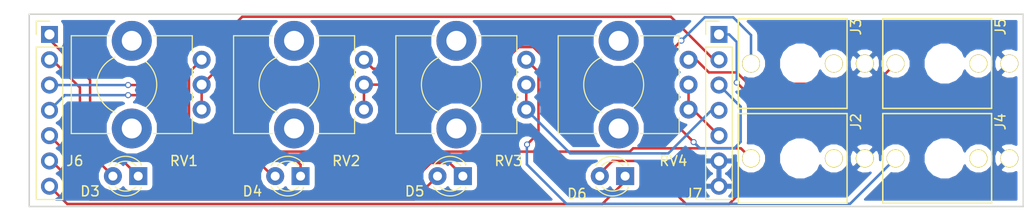
<source format=kicad_pcb>
(kicad_pcb (version 4) (host pcbnew 4.0.6)

  (general
    (links 25)
    (no_connects 0)
    (area 81.204999 48.184999 180.923001 67.639001)
    (thickness 1.6)
    (drawings 4)
    (tracks 127)
    (zones 0)
    (modules 14)
    (nets 22)
  )

  (page A4)
  (title_block
    (title Slomo)
    (date 2017-09-08)
    (rev v1.0)
    (company Rotherrie)
    (comment 1 "Leon van Bokhorst")
  )

  (layers
    (0 F.Cu signal)
    (31 B.Cu signal)
    (32 B.Adhes user)
    (33 F.Adhes user)
    (34 B.Paste user)
    (35 F.Paste user)
    (36 B.SilkS user)
    (37 F.SilkS user)
    (38 B.Mask user)
    (39 F.Mask user)
    (40 Dwgs.User user)
    (41 Cmts.User user)
    (42 Eco1.User user)
    (43 Eco2.User user)
    (44 Edge.Cuts user)
    (45 Margin user)
    (46 B.CrtYd user)
    (47 F.CrtYd user)
    (48 B.Fab user)
    (49 F.Fab user)
  )

  (setup
    (last_trace_width 0.25)
    (trace_clearance 0.2)
    (zone_clearance 0.508)
    (zone_45_only no)
    (trace_min 0.2)
    (segment_width 0.2)
    (edge_width 0.15)
    (via_size 0.6)
    (via_drill 0.4)
    (via_min_size 0.4)
    (via_min_drill 0.3)
    (uvia_size 0.3)
    (uvia_drill 0.1)
    (uvias_allowed no)
    (uvia_min_size 0.2)
    (uvia_min_drill 0.1)
    (pcb_text_width 0.3)
    (pcb_text_size 1.5 1.5)
    (mod_edge_width 0.15)
    (mod_text_size 1 1)
    (mod_text_width 0.15)
    (pad_size 3 3)
    (pad_drill 3)
    (pad_to_mask_clearance 0.2)
    (aux_axis_origin 0 0)
    (visible_elements FFFEF77F)
    (pcbplotparams
      (layerselection 0x00030_80000001)
      (usegerberextensions false)
      (excludeedgelayer true)
      (linewidth 0.100000)
      (plotframeref false)
      (viasonmask false)
      (mode 1)
      (useauxorigin false)
      (hpglpennumber 1)
      (hpglpenspeed 20)
      (hpglpendiameter 15)
      (hpglpenoverlay 2)
      (psnegative false)
      (psa4output false)
      (plotreference true)
      (plotvalue true)
      (plotinvisibletext false)
      (padsonsilk false)
      (subtractmaskfromsilk false)
      (outputformat 1)
      (mirror false)
      (drillshape 1)
      (scaleselection 1)
      (outputdirectory ""))
  )

  (net 0 "")
  (net 1 GND)
  (net 2 "Net-(J2-Pad2)")
  (net 3 WAVE1)
  (net 4 "Net-(J3-Pad2)")
  (net 5 WAVE2)
  (net 6 "Net-(J4-Pad2)")
  (net 7 WAVE3)
  (net 8 "Net-(J5-Pad2)")
  (net 9 WAVE4)
  (net 10 LED1)
  (net 11 LED1R)
  (net 12 LED2)
  (net 13 LED2R)
  (net 14 LED3)
  (net 15 LED3R)
  (net 16 LED4)
  (net 17 LED4R)
  (net 18 POT1)
  (net 19 POT2)
  (net 20 POT3)
  (net 21 POT4)

  (net_class Default "This is the default net class."
    (clearance 0.2)
    (trace_width 0.25)
    (via_dia 0.6)
    (via_drill 0.4)
    (uvia_dia 0.3)
    (uvia_drill 0.1)
    (add_net GND)
    (add_net LED1)
    (add_net LED1R)
    (add_net LED2)
    (add_net LED2R)
    (add_net LED3)
    (add_net LED3R)
    (add_net LED4)
    (add_net LED4R)
    (add_net "Net-(J2-Pad2)")
    (add_net "Net-(J3-Pad2)")
    (add_net "Net-(J4-Pad2)")
    (add_net "Net-(J5-Pad2)")
    (add_net POT1)
    (add_net POT2)
    (add_net POT3)
    (add_net POT4)
    (add_net WAVE1)
    (add_net WAVE2)
    (add_net WAVE3)
    (add_net WAVE4)
  )

  (module LEDs:LED_D3.0mm (layer F.Cu) (tedit 59B2C75A) (tstamp 59B28DE6)
    (at 92.202 64.516 180)
    (descr "LED, diameter 3.0mm, 2 pins")
    (tags "LED diameter 3.0mm 2 pins")
    (path /59B1533E/59B15AC5)
    (fp_text reference D3 (at 4.826 -1.524 180) (layer F.SilkS)
      (effects (font (size 1 1) (thickness 0.15)))
    )
    (fp_text value LED_Dual_2pin (at 1.27 2.96 180) (layer F.Fab)
      (effects (font (size 1 1) (thickness 0.15)))
    )
    (fp_arc (start 1.27 0) (end -0.23 -1.16619) (angle 284.3) (layer F.Fab) (width 0.1))
    (fp_arc (start 1.27 0) (end -0.29 -1.235516) (angle 108.8) (layer F.SilkS) (width 0.12))
    (fp_arc (start 1.27 0) (end -0.29 1.235516) (angle -108.8) (layer F.SilkS) (width 0.12))
    (fp_arc (start 1.27 0) (end 0.229039 -1.08) (angle 87.9) (layer F.SilkS) (width 0.12))
    (fp_arc (start 1.27 0) (end 0.229039 1.08) (angle -87.9) (layer F.SilkS) (width 0.12))
    (fp_circle (center 1.27 0) (end 2.77 0) (layer F.Fab) (width 0.1))
    (fp_line (start -0.23 -1.16619) (end -0.23 1.16619) (layer F.Fab) (width 0.1))
    (fp_line (start -0.29 -1.236) (end -0.29 -1.08) (layer F.SilkS) (width 0.12))
    (fp_line (start -0.29 1.08) (end -0.29 1.236) (layer F.SilkS) (width 0.12))
    (fp_line (start -1.15 -2.25) (end -1.15 2.25) (layer F.CrtYd) (width 0.05))
    (fp_line (start -1.15 2.25) (end 3.7 2.25) (layer F.CrtYd) (width 0.05))
    (fp_line (start 3.7 2.25) (end 3.7 -2.25) (layer F.CrtYd) (width 0.05))
    (fp_line (start 3.7 -2.25) (end -1.15 -2.25) (layer F.CrtYd) (width 0.05))
    (pad 1 thru_hole rect (at 0 0 180) (size 1.8 1.8) (drill 0.9) (layers *.Cu *.Mask)
      (net 10 LED1))
    (pad 2 thru_hole circle (at 2.54 0 180) (size 1.8 1.8) (drill 0.9) (layers *.Cu *.Mask)
      (net 11 LED1R))
    (model ${KISYS3DMOD}/LEDs.3dshapes/LED_D3.0mm.wrl
      (at (xyz 0 0 0))
      (scale (xyz 0.393701 0.393701 0.393701))
      (rotate (xyz 0 0 0))
    )
  )

  (module LEDs:LED_D3.0mm (layer F.Cu) (tedit 59B2C75E) (tstamp 59B28DEC)
    (at 108.458 64.516 180)
    (descr "LED, diameter 3.0mm, 2 pins")
    (tags "LED diameter 3.0mm 2 pins")
    (path /59B1533E/59B2E78A)
    (fp_text reference D4 (at 4.826 -1.524 180) (layer F.SilkS)
      (effects (font (size 1 1) (thickness 0.15)))
    )
    (fp_text value LED_Dual_2pin (at 1.27 2.96 180) (layer F.Fab)
      (effects (font (size 1 1) (thickness 0.15)))
    )
    (fp_arc (start 1.27 0) (end -0.23 -1.16619) (angle 284.3) (layer F.Fab) (width 0.1))
    (fp_arc (start 1.27 0) (end -0.29 -1.235516) (angle 108.8) (layer F.SilkS) (width 0.12))
    (fp_arc (start 1.27 0) (end -0.29 1.235516) (angle -108.8) (layer F.SilkS) (width 0.12))
    (fp_arc (start 1.27 0) (end 0.229039 -1.08) (angle 87.9) (layer F.SilkS) (width 0.12))
    (fp_arc (start 1.27 0) (end 0.229039 1.08) (angle -87.9) (layer F.SilkS) (width 0.12))
    (fp_circle (center 1.27 0) (end 2.77 0) (layer F.Fab) (width 0.1))
    (fp_line (start -0.23 -1.16619) (end -0.23 1.16619) (layer F.Fab) (width 0.1))
    (fp_line (start -0.29 -1.236) (end -0.29 -1.08) (layer F.SilkS) (width 0.12))
    (fp_line (start -0.29 1.08) (end -0.29 1.236) (layer F.SilkS) (width 0.12))
    (fp_line (start -1.15 -2.25) (end -1.15 2.25) (layer F.CrtYd) (width 0.05))
    (fp_line (start -1.15 2.25) (end 3.7 2.25) (layer F.CrtYd) (width 0.05))
    (fp_line (start 3.7 2.25) (end 3.7 -2.25) (layer F.CrtYd) (width 0.05))
    (fp_line (start 3.7 -2.25) (end -1.15 -2.25) (layer F.CrtYd) (width 0.05))
    (pad 1 thru_hole rect (at 0 0 180) (size 1.8 1.8) (drill 0.9) (layers *.Cu *.Mask)
      (net 12 LED2))
    (pad 2 thru_hole circle (at 2.54 0 180) (size 1.8 1.8) (drill 0.9) (layers *.Cu *.Mask)
      (net 13 LED2R))
    (model ${KISYS3DMOD}/LEDs.3dshapes/LED_D3.0mm.wrl
      (at (xyz 0 0 0))
      (scale (xyz 0.393701 0.393701 0.393701))
      (rotate (xyz 0 0 0))
    )
  )

  (module LEDs:LED_D3.0mm (layer F.Cu) (tedit 59B2C761) (tstamp 59B28DF2)
    (at 124.714 64.516 180)
    (descr "LED, diameter 3.0mm, 2 pins")
    (tags "LED diameter 3.0mm 2 pins")
    (path /59B1533E/59B2E800)
    (fp_text reference D5 (at 4.826 -1.524 180) (layer F.SilkS)
      (effects (font (size 1 1) (thickness 0.15)))
    )
    (fp_text value LED_Dual_2pin (at 1.27 2.96 180) (layer F.Fab)
      (effects (font (size 1 1) (thickness 0.15)))
    )
    (fp_arc (start 1.27 0) (end -0.23 -1.16619) (angle 284.3) (layer F.Fab) (width 0.1))
    (fp_arc (start 1.27 0) (end -0.29 -1.235516) (angle 108.8) (layer F.SilkS) (width 0.12))
    (fp_arc (start 1.27 0) (end -0.29 1.235516) (angle -108.8) (layer F.SilkS) (width 0.12))
    (fp_arc (start 1.27 0) (end 0.229039 -1.08) (angle 87.9) (layer F.SilkS) (width 0.12))
    (fp_arc (start 1.27 0) (end 0.229039 1.08) (angle -87.9) (layer F.SilkS) (width 0.12))
    (fp_circle (center 1.27 0) (end 2.77 0) (layer F.Fab) (width 0.1))
    (fp_line (start -0.23 -1.16619) (end -0.23 1.16619) (layer F.Fab) (width 0.1))
    (fp_line (start -0.29 -1.236) (end -0.29 -1.08) (layer F.SilkS) (width 0.12))
    (fp_line (start -0.29 1.08) (end -0.29 1.236) (layer F.SilkS) (width 0.12))
    (fp_line (start -1.15 -2.25) (end -1.15 2.25) (layer F.CrtYd) (width 0.05))
    (fp_line (start -1.15 2.25) (end 3.7 2.25) (layer F.CrtYd) (width 0.05))
    (fp_line (start 3.7 2.25) (end 3.7 -2.25) (layer F.CrtYd) (width 0.05))
    (fp_line (start 3.7 -2.25) (end -1.15 -2.25) (layer F.CrtYd) (width 0.05))
    (pad 1 thru_hole rect (at 0 0 180) (size 1.8 1.8) (drill 0.9) (layers *.Cu *.Mask)
      (net 14 LED3))
    (pad 2 thru_hole circle (at 2.54 0 180) (size 1.8 1.8) (drill 0.9) (layers *.Cu *.Mask)
      (net 15 LED3R))
    (model ${KISYS3DMOD}/LEDs.3dshapes/LED_D3.0mm.wrl
      (at (xyz 0 0 0))
      (scale (xyz 0.393701 0.393701 0.393701))
      (rotate (xyz 0 0 0))
    )
  )

  (module LEDs:LED_D3.0mm (layer F.Cu) (tedit 59B2C733) (tstamp 59B28DF8)
    (at 140.97 64.516 180)
    (descr "LED, diameter 3.0mm, 2 pins")
    (tags "LED diameter 3.0mm 2 pins")
    (path /59B1533E/59B2E80A)
    (fp_text reference D6 (at 4.826 -1.778 180) (layer F.SilkS)
      (effects (font (size 1 1) (thickness 0.15)))
    )
    (fp_text value LED_Dual_2pin (at 1.27 2.96 180) (layer F.Fab)
      (effects (font (size 1 1) (thickness 0.15)))
    )
    (fp_arc (start 1.27 0) (end -0.23 -1.16619) (angle 284.3) (layer F.Fab) (width 0.1))
    (fp_arc (start 1.27 0) (end -0.29 -1.235516) (angle 108.8) (layer F.SilkS) (width 0.12))
    (fp_arc (start 1.27 0) (end -0.29 1.235516) (angle -108.8) (layer F.SilkS) (width 0.12))
    (fp_arc (start 1.27 0) (end 0.229039 -1.08) (angle 87.9) (layer F.SilkS) (width 0.12))
    (fp_arc (start 1.27 0) (end 0.229039 1.08) (angle -87.9) (layer F.SilkS) (width 0.12))
    (fp_circle (center 1.27 0) (end 2.77 0) (layer F.Fab) (width 0.1))
    (fp_line (start -0.23 -1.16619) (end -0.23 1.16619) (layer F.Fab) (width 0.1))
    (fp_line (start -0.29 -1.236) (end -0.29 -1.08) (layer F.SilkS) (width 0.12))
    (fp_line (start -0.29 1.08) (end -0.29 1.236) (layer F.SilkS) (width 0.12))
    (fp_line (start -1.15 -2.25) (end -1.15 2.25) (layer F.CrtYd) (width 0.05))
    (fp_line (start -1.15 2.25) (end 3.7 2.25) (layer F.CrtYd) (width 0.05))
    (fp_line (start 3.7 2.25) (end 3.7 -2.25) (layer F.CrtYd) (width 0.05))
    (fp_line (start 3.7 -2.25) (end -1.15 -2.25) (layer F.CrtYd) (width 0.05))
    (pad 1 thru_hole rect (at 0 0 180) (size 1.8 1.8) (drill 0.9) (layers *.Cu *.Mask)
      (net 16 LED4))
    (pad 2 thru_hole circle (at 2.54 0 180) (size 1.8 1.8) (drill 0.9) (layers *.Cu *.Mask)
      (net 17 LED4R))
    (model ${KISYS3DMOD}/LEDs.3dshapes/LED_D3.0mm.wrl
      (at (xyz 0 0 0))
      (scale (xyz 0.393701 0.393701 0.393701))
      (rotate (xyz 0 0 0))
    )
  )

  (module Potentiometers:Potentiometer_Bourns_PTV09A-1_Horizontal (layer F.Cu) (tedit 59B2C756) (tstamp 59B28EA7)
    (at 98.552 52.832 180)
    (descr "Potentiometer, horizontally mounted, Omeg PC16PU, Omeg PC16PU, Omeg PC16PU, Vishay/Spectrol 248GJ/249GJ Single, Vishay/Spectrol 248GJ/249GJ Single, Vishay/Spectrol 248GJ/249GJ Single, Vishay/Spectrol 248GH/249GH Single, Vishay/Spectrol 148/149 Single, Vishay/Spectrol 148/149 Single, Vishay/Spectrol 148/149 Single, Vishay/Spectrol 148A/149A Single with mounting plates, Vishay/Spectrol 148/149 Double, Vishay/Spectrol 148A/149A Double with mounting plates, Piher PC-16 Single, Piher PC-16 Single, Piher PC-16 Single, Piher PC-16SV Single, Piher PC-16 Double, Piher PC-16 Triple, Piher T16H Single, Piher T16L Single, Piher T16H Double, Alps RK163 Single, Alps RK163 Double, Alps RK097 Single, Alps RK097 Double, Bourns PTV09A-2 Single with mounting sleve Single, Bourns PTV09A-1 with mounting sleve Single, http://www.bourns.com/docs/Product-Datasheets/ptv09.pdf")
    (tags "Potentiometer horizontal  Omeg PC16PU  Omeg PC16PU  Omeg PC16PU  Vishay/Spectrol 248GJ/249GJ Single  Vishay/Spectrol 248GJ/249GJ Single  Vishay/Spectrol 248GJ/249GJ Single  Vishay/Spectrol 248GH/249GH Single  Vishay/Spectrol 148/149 Single  Vishay/Spectrol 148/149 Single  Vishay/Spectrol 148/149 Single  Vishay/Spectrol 148A/149A Single with mounting plates  Vishay/Spectrol 148/149 Double  Vishay/Spectrol 148A/149A Double with mounting plates  Piher PC-16 Single  Piher PC-16 Single  Piher PC-16 Single  Piher PC-16SV Single  Piher PC-16 Double  Piher PC-16 Triple  Piher T16H Single  Piher T16L Single  Piher T16H Double  Alps RK163 Single  Alps RK163 Double  Alps RK097 Single  Alps RK097 Double  Bourns PTV09A-2 Single with mounting sleve Single  Bourns PTV09A-1 with mounting sleve Single")
    (path /59B17997/59B182A6)
    (fp_text reference RV1 (at 1.778 -10.16 180) (layer F.SilkS)
      (effects (font (size 1 1) (thickness 0.15)))
    )
    (fp_text value 500k (at 6.05 5.15 180) (layer F.Fab)
      (effects (font (size 1 1) (thickness 0.15)))
    )
    (fp_arc (start 7.5 -2.5) (end 8.673 0.262) (angle -134) (layer F.SilkS) (width 0.12))
    (fp_arc (start 7.5 -2.5) (end 5.572 -4.798) (angle -100) (layer F.SilkS) (width 0.12))
    (fp_circle (center 7.5 -2.5) (end 10.9 -2.5) (layer F.Fab) (width 0.1))
    (fp_circle (center 7.5 -2.5) (end 10.5 -2.5) (layer F.Fab) (width 0.1))
    (fp_line (start 1 -7.35) (end 1 2.35) (layer F.Fab) (width 0.1))
    (fp_line (start 1 2.35) (end 13 2.35) (layer F.Fab) (width 0.1))
    (fp_line (start 13 2.35) (end 13 -7.35) (layer F.Fab) (width 0.1))
    (fp_line (start 13 -7.35) (end 1 -7.35) (layer F.Fab) (width 0.1))
    (fp_line (start 0.94 -7.41) (end 4.806 -7.41) (layer F.SilkS) (width 0.12))
    (fp_line (start 9.195 -7.41) (end 13.06 -7.41) (layer F.SilkS) (width 0.12))
    (fp_line (start 0.94 2.41) (end 4.806 2.41) (layer F.SilkS) (width 0.12))
    (fp_line (start 9.195 2.41) (end 13.06 2.41) (layer F.SilkS) (width 0.12))
    (fp_line (start 0.94 -7.41) (end 0.94 -5.825) (layer F.SilkS) (width 0.12))
    (fp_line (start 0.94 -4.175) (end 0.94 -3.325) (layer F.SilkS) (width 0.12))
    (fp_line (start 0.94 -1.675) (end 0.94 -0.825) (layer F.SilkS) (width 0.12))
    (fp_line (start 0.94 0.825) (end 0.94 2.41) (layer F.SilkS) (width 0.12))
    (fp_line (start 13.06 -7.41) (end 13.06 2.41) (layer F.SilkS) (width 0.12))
    (fp_line (start -1.15 -9.15) (end -1.15 4.15) (layer F.CrtYd) (width 0.05))
    (fp_line (start -1.15 4.15) (end 13.25 4.15) (layer F.CrtYd) (width 0.05))
    (fp_line (start 13.25 4.15) (end 13.25 -9.15) (layer F.CrtYd) (width 0.05))
    (fp_line (start 13.25 -9.15) (end -1.15 -9.15) (layer F.CrtYd) (width 0.05))
    (pad 3 thru_hole circle (at 0 -5 180) (size 1.8 1.8) (drill 1) (layers *.Cu *.Mask)
      (net 18 POT1))
    (pad 2 thru_hole circle (at 0 -2.5 180) (size 1.8 1.8) (drill 1) (layers *.Cu *.Mask)
      (net 18 POT1))
    (pad 1 thru_hole circle (at 0 0 180) (size 1.8 1.8) (drill 1) (layers *.Cu *.Mask)
      (net 3 WAVE1))
    (pad 0 np_thru_hole circle (at 7 -6.9 180) (size 4 4) (drill 2) (layers *.Cu *.Mask))
    (pad 0 np_thru_hole circle (at 7 1.9 180) (size 4 4) (drill 2) (layers *.Cu *.Mask))
    (model Potentiometers.3dshapes/Potentiometer_Bourns_PTV09A-1_Horizontal.wrl
      (at (xyz 0 0 0))
      (scale (xyz 0.393701 0.393701 0.393701))
      (rotate (xyz 0 0 0))
    )
  )

  (module Potentiometers:Potentiometer_Bourns_PTV09A-1_Horizontal (layer F.Cu) (tedit 59B2C750) (tstamp 59B28EB0)
    (at 114.808 52.832 180)
    (descr "Potentiometer, horizontally mounted, Omeg PC16PU, Omeg PC16PU, Omeg PC16PU, Vishay/Spectrol 248GJ/249GJ Single, Vishay/Spectrol 248GJ/249GJ Single, Vishay/Spectrol 248GJ/249GJ Single, Vishay/Spectrol 248GH/249GH Single, Vishay/Spectrol 148/149 Single, Vishay/Spectrol 148/149 Single, Vishay/Spectrol 148/149 Single, Vishay/Spectrol 148A/149A Single with mounting plates, Vishay/Spectrol 148/149 Double, Vishay/Spectrol 148A/149A Double with mounting plates, Piher PC-16 Single, Piher PC-16 Single, Piher PC-16 Single, Piher PC-16SV Single, Piher PC-16 Double, Piher PC-16 Triple, Piher T16H Single, Piher T16L Single, Piher T16H Double, Alps RK163 Single, Alps RK163 Double, Alps RK097 Single, Alps RK097 Double, Bourns PTV09A-2 Single with mounting sleve Single, Bourns PTV09A-1 with mounting sleve Single, http://www.bourns.com/docs/Product-Datasheets/ptv09.pdf")
    (tags "Potentiometer horizontal  Omeg PC16PU  Omeg PC16PU  Omeg PC16PU  Vishay/Spectrol 248GJ/249GJ Single  Vishay/Spectrol 248GJ/249GJ Single  Vishay/Spectrol 248GJ/249GJ Single  Vishay/Spectrol 248GH/249GH Single  Vishay/Spectrol 148/149 Single  Vishay/Spectrol 148/149 Single  Vishay/Spectrol 148/149 Single  Vishay/Spectrol 148A/149A Single with mounting plates  Vishay/Spectrol 148/149 Double  Vishay/Spectrol 148A/149A Double with mounting plates  Piher PC-16 Single  Piher PC-16 Single  Piher PC-16 Single  Piher PC-16SV Single  Piher PC-16 Double  Piher PC-16 Triple  Piher T16H Single  Piher T16L Single  Piher T16H Double  Alps RK163 Single  Alps RK163 Double  Alps RK097 Single  Alps RK097 Double  Bourns PTV09A-2 Single with mounting sleve Single  Bourns PTV09A-1 with mounting sleve Single")
    (path /59B17997/59B27238)
    (fp_text reference RV2 (at 1.778 -10.16 180) (layer F.SilkS)
      (effects (font (size 1 1) (thickness 0.15)))
    )
    (fp_text value 500k (at 6.05 5.15 180) (layer F.Fab)
      (effects (font (size 1 1) (thickness 0.15)))
    )
    (fp_arc (start 7.5 -2.5) (end 8.673 0.262) (angle -134) (layer F.SilkS) (width 0.12))
    (fp_arc (start 7.5 -2.5) (end 5.572 -4.798) (angle -100) (layer F.SilkS) (width 0.12))
    (fp_circle (center 7.5 -2.5) (end 10.9 -2.5) (layer F.Fab) (width 0.1))
    (fp_circle (center 7.5 -2.5) (end 10.5 -2.5) (layer F.Fab) (width 0.1))
    (fp_line (start 1 -7.35) (end 1 2.35) (layer F.Fab) (width 0.1))
    (fp_line (start 1 2.35) (end 13 2.35) (layer F.Fab) (width 0.1))
    (fp_line (start 13 2.35) (end 13 -7.35) (layer F.Fab) (width 0.1))
    (fp_line (start 13 -7.35) (end 1 -7.35) (layer F.Fab) (width 0.1))
    (fp_line (start 0.94 -7.41) (end 4.806 -7.41) (layer F.SilkS) (width 0.12))
    (fp_line (start 9.195 -7.41) (end 13.06 -7.41) (layer F.SilkS) (width 0.12))
    (fp_line (start 0.94 2.41) (end 4.806 2.41) (layer F.SilkS) (width 0.12))
    (fp_line (start 9.195 2.41) (end 13.06 2.41) (layer F.SilkS) (width 0.12))
    (fp_line (start 0.94 -7.41) (end 0.94 -5.825) (layer F.SilkS) (width 0.12))
    (fp_line (start 0.94 -4.175) (end 0.94 -3.325) (layer F.SilkS) (width 0.12))
    (fp_line (start 0.94 -1.675) (end 0.94 -0.825) (layer F.SilkS) (width 0.12))
    (fp_line (start 0.94 0.825) (end 0.94 2.41) (layer F.SilkS) (width 0.12))
    (fp_line (start 13.06 -7.41) (end 13.06 2.41) (layer F.SilkS) (width 0.12))
    (fp_line (start -1.15 -9.15) (end -1.15 4.15) (layer F.CrtYd) (width 0.05))
    (fp_line (start -1.15 4.15) (end 13.25 4.15) (layer F.CrtYd) (width 0.05))
    (fp_line (start 13.25 4.15) (end 13.25 -9.15) (layer F.CrtYd) (width 0.05))
    (fp_line (start 13.25 -9.15) (end -1.15 -9.15) (layer F.CrtYd) (width 0.05))
    (pad 3 thru_hole circle (at 0 -5 180) (size 1.8 1.8) (drill 1) (layers *.Cu *.Mask)
      (net 19 POT2))
    (pad 2 thru_hole circle (at 0 -2.5 180) (size 1.8 1.8) (drill 1) (layers *.Cu *.Mask)
      (net 19 POT2))
    (pad 1 thru_hole circle (at 0 0 180) (size 1.8 1.8) (drill 1) (layers *.Cu *.Mask)
      (net 5 WAVE2))
    (pad 0 np_thru_hole circle (at 7 -6.9 180) (size 4 4) (drill 2) (layers *.Cu *.Mask))
    (pad 0 np_thru_hole circle (at 7 1.9 180) (size 4 4) (drill 2) (layers *.Cu *.Mask))
    (model Potentiometers.3dshapes/Potentiometer_Bourns_PTV09A-1_Horizontal.wrl
      (at (xyz 0 0 0))
      (scale (xyz 0.393701 0.393701 0.393701))
      (rotate (xyz 0 0 0))
    )
  )

  (module Potentiometers:Potentiometer_Bourns_PTV09A-1_Horizontal (layer F.Cu) (tedit 59B2C74A) (tstamp 59B28EB9)
    (at 131.064 52.832 180)
    (descr "Potentiometer, horizontally mounted, Omeg PC16PU, Omeg PC16PU, Omeg PC16PU, Vishay/Spectrol 248GJ/249GJ Single, Vishay/Spectrol 248GJ/249GJ Single, Vishay/Spectrol 248GJ/249GJ Single, Vishay/Spectrol 248GH/249GH Single, Vishay/Spectrol 148/149 Single, Vishay/Spectrol 148/149 Single, Vishay/Spectrol 148/149 Single, Vishay/Spectrol 148A/149A Single with mounting plates, Vishay/Spectrol 148/149 Double, Vishay/Spectrol 148A/149A Double with mounting plates, Piher PC-16 Single, Piher PC-16 Single, Piher PC-16 Single, Piher PC-16SV Single, Piher PC-16 Double, Piher PC-16 Triple, Piher T16H Single, Piher T16L Single, Piher T16H Double, Alps RK163 Single, Alps RK163 Double, Alps RK097 Single, Alps RK097 Double, Bourns PTV09A-2 Single with mounting sleve Single, Bourns PTV09A-1 with mounting sleve Single, http://www.bourns.com/docs/Product-Datasheets/ptv09.pdf")
    (tags "Potentiometer horizontal  Omeg PC16PU  Omeg PC16PU  Omeg PC16PU  Vishay/Spectrol 248GJ/249GJ Single  Vishay/Spectrol 248GJ/249GJ Single  Vishay/Spectrol 248GJ/249GJ Single  Vishay/Spectrol 248GH/249GH Single  Vishay/Spectrol 148/149 Single  Vishay/Spectrol 148/149 Single  Vishay/Spectrol 148/149 Single  Vishay/Spectrol 148A/149A Single with mounting plates  Vishay/Spectrol 148/149 Double  Vishay/Spectrol 148A/149A Double with mounting plates  Piher PC-16 Single  Piher PC-16 Single  Piher PC-16 Single  Piher PC-16SV Single  Piher PC-16 Double  Piher PC-16 Triple  Piher T16H Single  Piher T16L Single  Piher T16H Double  Alps RK163 Single  Alps RK163 Double  Alps RK097 Single  Alps RK097 Double  Bourns PTV09A-2 Single with mounting sleve Single  Bourns PTV09A-1 with mounting sleve Single")
    (path /59B17997/59B26DCE)
    (fp_text reference RV3 (at 1.778 -10.16 180) (layer F.SilkS)
      (effects (font (size 1 1) (thickness 0.15)))
    )
    (fp_text value 500k (at 6.05 5.15 180) (layer F.Fab)
      (effects (font (size 1 1) (thickness 0.15)))
    )
    (fp_arc (start 7.5 -2.5) (end 8.673 0.262) (angle -134) (layer F.SilkS) (width 0.12))
    (fp_arc (start 7.5 -2.5) (end 5.572 -4.798) (angle -100) (layer F.SilkS) (width 0.12))
    (fp_circle (center 7.5 -2.5) (end 10.9 -2.5) (layer F.Fab) (width 0.1))
    (fp_circle (center 7.5 -2.5) (end 10.5 -2.5) (layer F.Fab) (width 0.1))
    (fp_line (start 1 -7.35) (end 1 2.35) (layer F.Fab) (width 0.1))
    (fp_line (start 1 2.35) (end 13 2.35) (layer F.Fab) (width 0.1))
    (fp_line (start 13 2.35) (end 13 -7.35) (layer F.Fab) (width 0.1))
    (fp_line (start 13 -7.35) (end 1 -7.35) (layer F.Fab) (width 0.1))
    (fp_line (start 0.94 -7.41) (end 4.806 -7.41) (layer F.SilkS) (width 0.12))
    (fp_line (start 9.195 -7.41) (end 13.06 -7.41) (layer F.SilkS) (width 0.12))
    (fp_line (start 0.94 2.41) (end 4.806 2.41) (layer F.SilkS) (width 0.12))
    (fp_line (start 9.195 2.41) (end 13.06 2.41) (layer F.SilkS) (width 0.12))
    (fp_line (start 0.94 -7.41) (end 0.94 -5.825) (layer F.SilkS) (width 0.12))
    (fp_line (start 0.94 -4.175) (end 0.94 -3.325) (layer F.SilkS) (width 0.12))
    (fp_line (start 0.94 -1.675) (end 0.94 -0.825) (layer F.SilkS) (width 0.12))
    (fp_line (start 0.94 0.825) (end 0.94 2.41) (layer F.SilkS) (width 0.12))
    (fp_line (start 13.06 -7.41) (end 13.06 2.41) (layer F.SilkS) (width 0.12))
    (fp_line (start -1.15 -9.15) (end -1.15 4.15) (layer F.CrtYd) (width 0.05))
    (fp_line (start -1.15 4.15) (end 13.25 4.15) (layer F.CrtYd) (width 0.05))
    (fp_line (start 13.25 4.15) (end 13.25 -9.15) (layer F.CrtYd) (width 0.05))
    (fp_line (start 13.25 -9.15) (end -1.15 -9.15) (layer F.CrtYd) (width 0.05))
    (pad 3 thru_hole circle (at 0 -5 180) (size 1.8 1.8) (drill 1) (layers *.Cu *.Mask)
      (net 20 POT3))
    (pad 2 thru_hole circle (at 0 -2.5 180) (size 1.8 1.8) (drill 1) (layers *.Cu *.Mask)
      (net 20 POT3))
    (pad 1 thru_hole circle (at 0 0 180) (size 1.8 1.8) (drill 1) (layers *.Cu *.Mask)
      (net 7 WAVE3))
    (pad 0 np_thru_hole circle (at 7 -6.9 180) (size 4 4) (drill 2) (layers *.Cu *.Mask))
    (pad 0 np_thru_hole circle (at 7 1.9 180) (size 4 4) (drill 2) (layers *.Cu *.Mask))
    (model Potentiometers.3dshapes/Potentiometer_Bourns_PTV09A-1_Horizontal.wrl
      (at (xyz 0 0 0))
      (scale (xyz 0.393701 0.393701 0.393701))
      (rotate (xyz 0 0 0))
    )
  )

  (module Potentiometers:Potentiometer_Bourns_PTV09A-1_Horizontal (layer F.Cu) (tedit 59B2C740) (tstamp 59B28EC2)
    (at 147.32 52.832 180)
    (descr "Potentiometer, horizontally mounted, Omeg PC16PU, Omeg PC16PU, Omeg PC16PU, Vishay/Spectrol 248GJ/249GJ Single, Vishay/Spectrol 248GJ/249GJ Single, Vishay/Spectrol 248GJ/249GJ Single, Vishay/Spectrol 248GH/249GH Single, Vishay/Spectrol 148/149 Single, Vishay/Spectrol 148/149 Single, Vishay/Spectrol 148/149 Single, Vishay/Spectrol 148A/149A Single with mounting plates, Vishay/Spectrol 148/149 Double, Vishay/Spectrol 148A/149A Double with mounting plates, Piher PC-16 Single, Piher PC-16 Single, Piher PC-16 Single, Piher PC-16SV Single, Piher PC-16 Double, Piher PC-16 Triple, Piher T16H Single, Piher T16L Single, Piher T16H Double, Alps RK163 Single, Alps RK163 Double, Alps RK097 Single, Alps RK097 Double, Bourns PTV09A-2 Single with mounting sleve Single, Bourns PTV09A-1 with mounting sleve Single, http://www.bourns.com/docs/Product-Datasheets/ptv09.pdf")
    (tags "Potentiometer horizontal  Omeg PC16PU  Omeg PC16PU  Omeg PC16PU  Vishay/Spectrol 248GJ/249GJ Single  Vishay/Spectrol 248GJ/249GJ Single  Vishay/Spectrol 248GJ/249GJ Single  Vishay/Spectrol 248GH/249GH Single  Vishay/Spectrol 148/149 Single  Vishay/Spectrol 148/149 Single  Vishay/Spectrol 148/149 Single  Vishay/Spectrol 148A/149A Single with mounting plates  Vishay/Spectrol 148/149 Double  Vishay/Spectrol 148A/149A Double with mounting plates  Piher PC-16 Single  Piher PC-16 Single  Piher PC-16 Single  Piher PC-16SV Single  Piher PC-16 Double  Piher PC-16 Triple  Piher T16H Single  Piher T16L Single  Piher T16H Double  Alps RK163 Single  Alps RK163 Double  Alps RK097 Single  Alps RK097 Double  Bourns PTV09A-2 Single with mounting sleve Single  Bourns PTV09A-1 with mounting sleve Single")
    (path /59B17997/59B27017)
    (fp_text reference RV4 (at 1.524 -10.16 180) (layer F.SilkS)
      (effects (font (size 1 1) (thickness 0.15)))
    )
    (fp_text value 500k (at 6.05 5.15 180) (layer F.Fab)
      (effects (font (size 1 1) (thickness 0.15)))
    )
    (fp_arc (start 7.5 -2.5) (end 8.673 0.262) (angle -134) (layer F.SilkS) (width 0.12))
    (fp_arc (start 7.5 -2.5) (end 5.572 -4.798) (angle -100) (layer F.SilkS) (width 0.12))
    (fp_circle (center 7.5 -2.5) (end 10.9 -2.5) (layer F.Fab) (width 0.1))
    (fp_circle (center 7.5 -2.5) (end 10.5 -2.5) (layer F.Fab) (width 0.1))
    (fp_line (start 1 -7.35) (end 1 2.35) (layer F.Fab) (width 0.1))
    (fp_line (start 1 2.35) (end 13 2.35) (layer F.Fab) (width 0.1))
    (fp_line (start 13 2.35) (end 13 -7.35) (layer F.Fab) (width 0.1))
    (fp_line (start 13 -7.35) (end 1 -7.35) (layer F.Fab) (width 0.1))
    (fp_line (start 0.94 -7.41) (end 4.806 -7.41) (layer F.SilkS) (width 0.12))
    (fp_line (start 9.195 -7.41) (end 13.06 -7.41) (layer F.SilkS) (width 0.12))
    (fp_line (start 0.94 2.41) (end 4.806 2.41) (layer F.SilkS) (width 0.12))
    (fp_line (start 9.195 2.41) (end 13.06 2.41) (layer F.SilkS) (width 0.12))
    (fp_line (start 0.94 -7.41) (end 0.94 -5.825) (layer F.SilkS) (width 0.12))
    (fp_line (start 0.94 -4.175) (end 0.94 -3.325) (layer F.SilkS) (width 0.12))
    (fp_line (start 0.94 -1.675) (end 0.94 -0.825) (layer F.SilkS) (width 0.12))
    (fp_line (start 0.94 0.825) (end 0.94 2.41) (layer F.SilkS) (width 0.12))
    (fp_line (start 13.06 -7.41) (end 13.06 2.41) (layer F.SilkS) (width 0.12))
    (fp_line (start -1.15 -9.15) (end -1.15 4.15) (layer F.CrtYd) (width 0.05))
    (fp_line (start -1.15 4.15) (end 13.25 4.15) (layer F.CrtYd) (width 0.05))
    (fp_line (start 13.25 4.15) (end 13.25 -9.15) (layer F.CrtYd) (width 0.05))
    (fp_line (start 13.25 -9.15) (end -1.15 -9.15) (layer F.CrtYd) (width 0.05))
    (pad 3 thru_hole circle (at 0 -5 180) (size 1.8 1.8) (drill 1) (layers *.Cu *.Mask)
      (net 21 POT4))
    (pad 2 thru_hole circle (at 0 -2.5 180) (size 1.8 1.8) (drill 1) (layers *.Cu *.Mask)
      (net 21 POT4))
    (pad 1 thru_hole circle (at 0 0 180) (size 1.8 1.8) (drill 1) (layers *.Cu *.Mask)
      (net 9 WAVE4))
    (pad 0 np_thru_hole circle (at 7 -6.9 180) (size 4 4) (drill 2) (layers *.Cu *.Mask))
    (pad 0 np_thru_hole circle (at 7 1.9 180) (size 4 4) (drill 2) (layers *.Cu *.Mask))
    (model Potentiometers.3dshapes/Potentiometer_Bourns_PTV09A-1_Horizontal.wrl
      (at (xyz 0 0 0))
      (scale (xyz 0.393701 0.393701 0.393701))
      (rotate (xyz 0 0 0))
    )
  )

  (module Pin_Headers:Pin_Header_Straight_1x07_Pitch2.54mm (layer F.Cu) (tedit 59B2C769) (tstamp 59B2B904)
    (at 83.312 50.292)
    (descr "Through hole straight pin header, 1x07, 2.54mm pitch, single row")
    (tags "Through hole pin header THT 1x07 2.54mm single row")
    (path /59B2A9BA)
    (fp_text reference J6 (at 2.54 12.7) (layer F.SilkS)
      (effects (font (size 1 1) (thickness 0.15)))
    )
    (fp_text value CONN_01X07 (at 0 17.57) (layer F.Fab)
      (effects (font (size 1 1) (thickness 0.15)))
    )
    (fp_line (start -0.635 -1.27) (end 1.27 -1.27) (layer F.Fab) (width 0.1))
    (fp_line (start 1.27 -1.27) (end 1.27 16.51) (layer F.Fab) (width 0.1))
    (fp_line (start 1.27 16.51) (end -1.27 16.51) (layer F.Fab) (width 0.1))
    (fp_line (start -1.27 16.51) (end -1.27 -0.635) (layer F.Fab) (width 0.1))
    (fp_line (start -1.27 -0.635) (end -0.635 -1.27) (layer F.Fab) (width 0.1))
    (fp_line (start -1.33 16.57) (end 1.33 16.57) (layer F.SilkS) (width 0.12))
    (fp_line (start -1.33 1.27) (end -1.33 16.57) (layer F.SilkS) (width 0.12))
    (fp_line (start 1.33 1.27) (end 1.33 16.57) (layer F.SilkS) (width 0.12))
    (fp_line (start -1.33 1.27) (end 1.33 1.27) (layer F.SilkS) (width 0.12))
    (fp_line (start -1.33 0) (end -1.33 -1.33) (layer F.SilkS) (width 0.12))
    (fp_line (start -1.33 -1.33) (end 0 -1.33) (layer F.SilkS) (width 0.12))
    (fp_line (start -1.8 -1.8) (end -1.8 17.05) (layer F.CrtYd) (width 0.05))
    (fp_line (start -1.8 17.05) (end 1.8 17.05) (layer F.CrtYd) (width 0.05))
    (fp_line (start 1.8 17.05) (end 1.8 -1.8) (layer F.CrtYd) (width 0.05))
    (fp_line (start 1.8 -1.8) (end -1.8 -1.8) (layer F.CrtYd) (width 0.05))
    (fp_text user %R (at 0 7.62 90) (layer F.Fab)
      (effects (font (size 1 1) (thickness 0.15)))
    )
    (pad 1 thru_hole rect (at 0 0) (size 1.7 1.7) (drill 1) (layers *.Cu *.Mask)
      (net 10 LED1))
    (pad 2 thru_hole oval (at 0 2.54) (size 1.7 1.7) (drill 1) (layers *.Cu *.Mask)
      (net 11 LED1R))
    (pad 3 thru_hole oval (at 0 5.08) (size 1.7 1.7) (drill 1) (layers *.Cu *.Mask)
      (net 12 LED2))
    (pad 4 thru_hole oval (at 0 7.62) (size 1.7 1.7) (drill 1) (layers *.Cu *.Mask)
      (net 13 LED2R))
    (pad 5 thru_hole oval (at 0 10.16) (size 1.7 1.7) (drill 1) (layers *.Cu *.Mask)
      (net 14 LED3))
    (pad 6 thru_hole oval (at 0 12.7) (size 1.7 1.7) (drill 1) (layers *.Cu *.Mask)
      (net 15 LED3R))
    (pad 7 thru_hole oval (at 0 15.24) (size 1.7 1.7) (drill 1) (layers *.Cu *.Mask)
      (net 16 LED4))
    (model ${KISYS3DMOD}/Pin_Headers.3dshapes/Pin_Header_Straight_1x07_Pitch2.54mm.wrl
      (at (xyz 0 0 0))
      (scale (xyz 1 1 1))
      (rotate (xyz 0 0 0))
    )
  )

  (module Pin_Headers:Pin_Header_Straight_1x07_Pitch2.54mm (layer F.Cu) (tedit 59B2C72E) (tstamp 59B2B90F)
    (at 150.368 50.292)
    (descr "Through hole straight pin header, 1x07, 2.54mm pitch, single row")
    (tags "Through hole pin header THT 1x07 2.54mm single row")
    (path /59B2A9EF)
    (fp_text reference J7 (at -2.54 16.002) (layer F.SilkS)
      (effects (font (size 1 1) (thickness 0.15)))
    )
    (fp_text value CONN_01X07 (at 0 17.57) (layer F.Fab)
      (effects (font (size 1 1) (thickness 0.15)))
    )
    (fp_line (start -0.635 -1.27) (end 1.27 -1.27) (layer F.Fab) (width 0.1))
    (fp_line (start 1.27 -1.27) (end 1.27 16.51) (layer F.Fab) (width 0.1))
    (fp_line (start 1.27 16.51) (end -1.27 16.51) (layer F.Fab) (width 0.1))
    (fp_line (start -1.27 16.51) (end -1.27 -0.635) (layer F.Fab) (width 0.1))
    (fp_line (start -1.27 -0.635) (end -0.635 -1.27) (layer F.Fab) (width 0.1))
    (fp_line (start -1.33 16.57) (end 1.33 16.57) (layer F.SilkS) (width 0.12))
    (fp_line (start -1.33 1.27) (end -1.33 16.57) (layer F.SilkS) (width 0.12))
    (fp_line (start 1.33 1.27) (end 1.33 16.57) (layer F.SilkS) (width 0.12))
    (fp_line (start -1.33 1.27) (end 1.33 1.27) (layer F.SilkS) (width 0.12))
    (fp_line (start -1.33 0) (end -1.33 -1.33) (layer F.SilkS) (width 0.12))
    (fp_line (start -1.33 -1.33) (end 0 -1.33) (layer F.SilkS) (width 0.12))
    (fp_line (start -1.8 -1.8) (end -1.8 17.05) (layer F.CrtYd) (width 0.05))
    (fp_line (start -1.8 17.05) (end 1.8 17.05) (layer F.CrtYd) (width 0.05))
    (fp_line (start 1.8 17.05) (end 1.8 -1.8) (layer F.CrtYd) (width 0.05))
    (fp_line (start 1.8 -1.8) (end -1.8 -1.8) (layer F.CrtYd) (width 0.05))
    (fp_text user %R (at 0 7.62 90) (layer F.Fab)
      (effects (font (size 1 1) (thickness 0.15)))
    )
    (pad 1 thru_hole rect (at 0 0) (size 1.7 1.7) (drill 1) (layers *.Cu *.Mask)
      (net 17 LED4R))
    (pad 2 thru_hole oval (at 0 2.54) (size 1.7 1.7) (drill 1) (layers *.Cu *.Mask)
      (net 18 POT1))
    (pad 3 thru_hole oval (at 0 5.08) (size 1.7 1.7) (drill 1) (layers *.Cu *.Mask)
      (net 19 POT2))
    (pad 4 thru_hole oval (at 0 7.62) (size 1.7 1.7) (drill 1) (layers *.Cu *.Mask)
      (net 20 POT3))
    (pad 5 thru_hole oval (at 0 10.16) (size 1.7 1.7) (drill 1) (layers *.Cu *.Mask)
      (net 21 POT4))
    (pad 6 thru_hole oval (at 0 12.7) (size 1.7 1.7) (drill 1) (layers *.Cu *.Mask)
      (net 1 GND))
    (pad 7 thru_hole oval (at 0 15.24) (size 1.7 1.7) (drill 1) (layers *.Cu *.Mask)
      (net 1 GND))
    (model ${KISYS3DMOD}/Pin_Headers.3dshapes/Pin_Header_Straight_1x07_Pitch2.54mm.wrl
      (at (xyz 0 0 0))
      (scale (xyz 1 1 1))
      (rotate (xyz 0 0 0))
    )
  )

  (module Eurocad:PJ301M-12-hole (layer F.Cu) (tedit 59B2CB73) (tstamp 59B28E14)
    (at 158.496 62.738 90)
    (path /59B17997/59B2910B)
    (fp_text reference J2 (at 3.683 5.588 90) (layer F.SilkS)
      (effects (font (size 1 1) (thickness 0.15)))
    )
    (fp_text value JACK_2P (at 0 -7.112 90) (layer F.Fab)
      (effects (font (size 1 1) (thickness 0.15)))
    )
    (fp_line (start 4.5 -6.2) (end 4.5 4.7) (layer F.SilkS) (width 0.15))
    (fp_line (start -4.5 -6.2) (end -4.5 4.7) (layer F.SilkS) (width 0.15))
    (fp_line (start -4.5 4.7) (end 4.5 4.7) (layer F.SilkS) (width 0.15))
    (fp_line (start -4.5 -6.2) (end 4.5 -6.2) (layer F.SilkS) (width 0.15))
    (pad 2 thru_hole circle (at 0 3.38 90) (size 1.8 1.8) (drill 1.6) (layers *.Cu *.Mask F.SilkS)
      (net 2 "Net-(J2-Pad2)"))
    (pad 1 thru_hole circle (at 0 6.48 90) (size 1.8 1.8) (drill 1.6) (layers *.Cu *.Mask F.SilkS)
      (net 1 GND))
    (pad 3 thru_hole circle (at 0 -4.92 90) (size 1.8 1.8) (drill 1.6) (layers *.Cu *.Mask F.SilkS)
      (net 3 WAVE1))
    (pad "" np_thru_hole circle (at 0 0 90) (size 3 3) (drill 3) (layers *.Cu *.Mask)
      (zone_connect 0))
  )

  (module Eurocad:PJ301M-12-hole (layer F.Cu) (tedit 59B2CB73) (tstamp 59B28E22)
    (at 158.496 53.213 90)
    (path /59B17997/59B291AD)
    (fp_text reference J3 (at 3.683 5.588 90) (layer F.SilkS)
      (effects (font (size 1 1) (thickness 0.15)))
    )
    (fp_text value JACK_2P (at 0 -7.112 90) (layer F.Fab)
      (effects (font (size 1 1) (thickness 0.15)))
    )
    (fp_line (start 4.5 -6.2) (end 4.5 4.7) (layer F.SilkS) (width 0.15))
    (fp_line (start -4.5 -6.2) (end -4.5 4.7) (layer F.SilkS) (width 0.15))
    (fp_line (start -4.5 4.7) (end 4.5 4.7) (layer F.SilkS) (width 0.15))
    (fp_line (start -4.5 -6.2) (end 4.5 -6.2) (layer F.SilkS) (width 0.15))
    (pad 2 thru_hole circle (at 0 3.38 90) (size 1.8 1.8) (drill 1.6) (layers *.Cu *.Mask F.SilkS)
      (net 4 "Net-(J3-Pad2)"))
    (pad 1 thru_hole circle (at 0 6.48 90) (size 1.8 1.8) (drill 1.6) (layers *.Cu *.Mask F.SilkS)
      (net 1 GND))
    (pad 3 thru_hole circle (at 0 -4.92 90) (size 1.8 1.8) (drill 1.6) (layers *.Cu *.Mask F.SilkS)
      (net 5 WAVE2))
    (pad "" np_thru_hole circle (at 0 0 90) (size 3 3) (drill 3) (layers *.Cu *.Mask)
      (zone_connect 0))
  )

  (module Eurocad:PJ301M-12-hole (layer F.Cu) (tedit 59B2CB73) (tstamp 59B28E30)
    (at 172.974 62.738 90)
    (path /59B17997/59B29226)
    (fp_text reference J4 (at 3.683 5.588 90) (layer F.SilkS)
      (effects (font (size 1 1) (thickness 0.15)))
    )
    (fp_text value JACK_2P (at 0 -7.112 90) (layer F.Fab)
      (effects (font (size 1 1) (thickness 0.15)))
    )
    (fp_line (start 4.5 -6.2) (end 4.5 4.7) (layer F.SilkS) (width 0.15))
    (fp_line (start -4.5 -6.2) (end -4.5 4.7) (layer F.SilkS) (width 0.15))
    (fp_line (start -4.5 4.7) (end 4.5 4.7) (layer F.SilkS) (width 0.15))
    (fp_line (start -4.5 -6.2) (end 4.5 -6.2) (layer F.SilkS) (width 0.15))
    (pad 2 thru_hole circle (at 0 3.38 90) (size 1.8 1.8) (drill 1.6) (layers *.Cu *.Mask F.SilkS)
      (net 6 "Net-(J4-Pad2)"))
    (pad 1 thru_hole circle (at 0 6.48 90) (size 1.8 1.8) (drill 1.6) (layers *.Cu *.Mask F.SilkS)
      (net 1 GND))
    (pad 3 thru_hole circle (at 0 -4.92 90) (size 1.8 1.8) (drill 1.6) (layers *.Cu *.Mask F.SilkS)
      (net 7 WAVE3))
    (pad "" np_thru_hole circle (at 0 0 90) (size 3 3) (drill 3) (layers *.Cu *.Mask)
      (zone_connect 0))
  )

  (module Eurocad:PJ301M-12-hole (layer F.Cu) (tedit 59B2CB73) (tstamp 59B28E3E)
    (at 172.974 53.213 90)
    (path /59B17997/59B2929C)
    (fp_text reference J5 (at 3.683 5.588 90) (layer F.SilkS)
      (effects (font (size 1 1) (thickness 0.15)))
    )
    (fp_text value JACK_2P (at 0 -7.112 90) (layer F.Fab)
      (effects (font (size 1 1) (thickness 0.15)))
    )
    (fp_line (start 4.5 -6.2) (end 4.5 4.7) (layer F.SilkS) (width 0.15))
    (fp_line (start -4.5 -6.2) (end -4.5 4.7) (layer F.SilkS) (width 0.15))
    (fp_line (start -4.5 4.7) (end 4.5 4.7) (layer F.SilkS) (width 0.15))
    (fp_line (start -4.5 -6.2) (end 4.5 -6.2) (layer F.SilkS) (width 0.15))
    (pad 2 thru_hole circle (at 0 3.38 90) (size 1.8 1.8) (drill 1.6) (layers *.Cu *.Mask F.SilkS)
      (net 8 "Net-(J5-Pad2)"))
    (pad 1 thru_hole circle (at 0 6.48 90) (size 1.8 1.8) (drill 1.6) (layers *.Cu *.Mask F.SilkS)
      (net 1 GND))
    (pad 3 thru_hole circle (at 0 -4.92 90) (size 1.8 1.8) (drill 1.6) (layers *.Cu *.Mask F.SilkS)
      (net 9 WAVE4))
    (pad "" np_thru_hole circle (at 0 0 90) (size 3 3) (drill 3) (layers *.Cu *.Mask)
      (zone_connect 0))
  )

  (gr_line (start 180.848 48.26) (end 81.28 48.26) (angle 90) (layer Edge.Cuts) (width 0.15))
  (gr_line (start 180.848 67.564) (end 180.848 48.26) (angle 90) (layer Edge.Cuts) (width 0.15))
  (gr_line (start 81.28 67.564) (end 180.848 67.564) (angle 90) (layer Edge.Cuts) (width 0.15))
  (gr_line (start 81.28 48.26) (end 81.28 67.564) (angle 90) (layer Edge.Cuts) (width 0.15))

  (segment (start 98.552 52.832) (end 97.282 54.102) (width 0.25) (layer F.Cu) (net 3))
  (segment (start 97.282 54.102) (end 97.282 59.182) (width 0.25) (layer F.Cu) (net 3))
  (segment (start 141.436001 62.057001) (end 141.771002 61.722) (width 0.25) (layer F.Cu) (net 3))
  (segment (start 141.771002 61.722) (end 152.56 61.722) (width 0.25) (layer F.Cu) (net 3))
  (segment (start 97.282 59.182) (end 100.157001 62.057001) (width 0.25) (layer F.Cu) (net 3))
  (segment (start 152.56 61.722) (end 152.676001 61.838001) (width 0.25) (layer F.Cu) (net 3))
  (segment (start 152.676001 61.838001) (end 153.576 62.738) (width 0.25) (layer F.Cu) (net 3))
  (segment (start 100.157001 62.057001) (end 141.436001 62.057001) (width 0.25) (layer F.Cu) (net 3))
  (segment (start 114.808 52.832) (end 115.707999 53.731999) (width 0.25) (layer F.Cu) (net 5))
  (segment (start 115.707999 53.731999) (end 127.479587 53.731999) (width 0.25) (layer F.Cu) (net 5))
  (segment (start 127.479587 53.731999) (end 130.112649 51.098937) (width 0.25) (layer F.Cu) (net 5))
  (segment (start 130.112649 51.098937) (end 132.0026 51.098937) (width 0.25) (layer F.Cu) (net 5))
  (segment (start 132.0026 51.098937) (end 136.056237 55.152574) (width 0.25) (layer F.Cu) (net 5))
  (segment (start 136.056237 55.152574) (end 142.358151 55.152574) (width 0.25) (layer F.Cu) (net 5))
  (segment (start 142.358151 55.152574) (end 146.298134 51.212591) (width 0.25) (layer F.Cu) (net 5))
  (segment (start 146.298134 51.212591) (end 146.598133 50.912592) (width 0.25) (layer F.Cu) (net 5))
  (segment (start 153.576 53.213) (end 153.576 50.358942) (width 0.25) (layer B.Cu) (net 5))
  (segment (start 153.576 50.358942) (end 151.788941 48.571883) (width 0.25) (layer B.Cu) (net 5))
  (segment (start 146.898132 50.612593) (end 146.598133 50.912592) (width 0.25) (layer B.Cu) (net 5))
  (segment (start 151.788941 48.571883) (end 148.938842 48.571883) (width 0.25) (layer B.Cu) (net 5))
  (segment (start 148.938842 48.571883) (end 146.898132 50.612593) (width 0.25) (layer B.Cu) (net 5))
  (via (at 146.598133 50.912592) (size 0.6) (drill 0.4) (layers F.Cu B.Cu) (net 5))
  (segment (start 168.054 62.738) (end 163.496631 67.295369) (width 0.25) (layer B.Cu) (net 7))
  (segment (start 131.127609 61.355696) (end 131.14505 61.338255) (width 0.25) (layer B.Cu) (net 7))
  (segment (start 163.496631 67.295369) (end 135.086529 67.295369) (width 0.25) (layer B.Cu) (net 7))
  (segment (start 135.086529 67.295369) (end 131.127609 63.336449) (width 0.25) (layer B.Cu) (net 7))
  (segment (start 131.127609 63.336449) (end 131.127609 61.355696) (width 0.25) (layer B.Cu) (net 7))
  (via (at 131.14505 61.338255) (size 0.6) (drill 0.4) (layers F.Cu B.Cu) (net 7))
  (segment (start 131.064 52.832) (end 132.289281 54.057281) (width 0.25) (layer F.Cu) (net 7))
  (segment (start 132.289281 54.057281) (end 132.289281 60.194024) (width 0.25) (layer F.Cu) (net 7))
  (segment (start 132.289281 60.194024) (end 131.445049 61.038256) (width 0.25) (layer F.Cu) (net 7))
  (segment (start 131.445049 61.038256) (end 131.14505 61.338255) (width 0.25) (layer F.Cu) (net 7))
  (segment (start 147.32 52.832) (end 148.082 52.832) (width 0.25) (layer F.Cu) (net 9))
  (segment (start 149.352 54.102) (end 152.146 54.102) (width 0.25) (layer F.Cu) (net 9))
  (segment (start 148.082 52.832) (end 149.352 54.102) (width 0.25) (layer F.Cu) (net 9))
  (segment (start 152.146 54.102) (end 153.293063 55.249063) (width 0.25) (layer F.Cu) (net 9))
  (segment (start 153.293063 55.249063) (end 166.017937 55.249063) (width 0.25) (layer F.Cu) (net 9))
  (segment (start 166.017937 55.249063) (end 168.054 53.213) (width 0.25) (layer F.Cu) (net 9))
  (segment (start 92.202 64.516) (end 87.376 59.69) (width 0.25) (layer F.Cu) (net 10) (status 10))
  (segment (start 83.312 50.8) (end 83.312 50.292) (width 0.25) (layer F.Cu) (net 10) (status 30))
  (segment (start 87.376 59.69) (end 87.376 54.864) (width 0.25) (layer F.Cu) (net 10))
  (segment (start 87.376 54.864) (end 83.312 50.8) (width 0.25) (layer F.Cu) (net 10) (status 20))
  (segment (start 83.312 52.832) (end 83.566 52.832) (width 0.25) (layer F.Cu) (net 11))
  (segment (start 83.566 52.832) (end 86.36 55.626) (width 0.25) (layer F.Cu) (net 11))
  (segment (start 86.36 55.626) (end 86.36 61.202528) (width 0.25) (layer F.Cu) (net 11))
  (segment (start 86.36 61.202528) (end 89.662 64.504528) (width 0.25) (layer F.Cu) (net 11))
  (segment (start 89.662 64.504528) (end 89.662 64.516) (width 0.25) (layer F.Cu) (net 11))
  (segment (start 107.599012 62.507012) (end 108.458 63.366) (width 0.25) (layer F.Cu) (net 12))
  (segment (start 96.774 59.436) (end 99.845012 62.507012) (width 0.25) (layer F.Cu) (net 12))
  (segment (start 94.488 55.372) (end 96.774 57.658) (width 0.25) (layer F.Cu) (net 12))
  (segment (start 96.774 57.658) (end 96.774 59.436) (width 0.25) (layer F.Cu) (net 12))
  (segment (start 91.186 55.372) (end 94.488 55.372) (width 0.25) (layer F.Cu) (net 12))
  (segment (start 108.458 63.366) (end 108.458 64.516) (width 0.25) (layer F.Cu) (net 12))
  (segment (start 99.845012 62.507012) (end 107.599012 62.507012) (width 0.25) (layer F.Cu) (net 12))
  (segment (start 83.312 55.372) (end 91.186 55.372) (width 0.25) (layer B.Cu) (net 12) (status 10))
  (via (at 91.186 55.372) (size 0.6) (drill 0.4) (layers F.Cu B.Cu) (net 12))
  (segment (start 91.186 56.388) (end 94.73057 56.388) (width 0.25) (layer F.Cu) (net 13))
  (segment (start 94.73057 56.388) (end 96.24099 57.89842) (width 0.25) (layer F.Cu) (net 13))
  (segment (start 96.24099 59.702234) (end 99.498795 62.960039) (width 0.25) (layer F.Cu) (net 13))
  (segment (start 96.24099 57.89842) (end 96.24099 59.702234) (width 0.25) (layer F.Cu) (net 13))
  (segment (start 99.498795 62.960039) (end 104.108039 62.960039) (width 0.25) (layer F.Cu) (net 13))
  (segment (start 104.108039 62.960039) (end 105.664 64.516) (width 0.25) (layer F.Cu) (net 13))
  (segment (start 105.664 64.516) (end 105.918 64.516) (width 0.25) (layer F.Cu) (net 13))
  (segment (start 83.312 57.912) (end 84.836 56.388) (width 0.25) (layer B.Cu) (net 13))
  (segment (start 84.836 56.388) (end 87.122 56.388) (width 0.25) (layer B.Cu) (net 13))
  (segment (start 87.122 56.388) (end 91.186 56.388) (width 0.25) (layer B.Cu) (net 13))
  (via (at 91.186 56.388) (size 0.6) (drill 0.4) (layers F.Cu B.Cu) (net 13))
  (segment (start 83.312 60.452) (end 89.260517 66.400517) (width 0.25) (layer F.Cu) (net 14))
  (segment (start 89.260517 66.400517) (end 118.296639 66.400517) (width 0.25) (layer F.Cu) (net 14))
  (segment (start 118.296639 66.400517) (end 121.499959 63.197197) (width 0.25) (layer F.Cu) (net 14))
  (segment (start 121.499959 63.197197) (end 123.395197 63.197197) (width 0.25) (layer F.Cu) (net 14))
  (segment (start 123.395197 63.197197) (end 124.714 64.516) (width 0.25) (layer F.Cu) (net 14))
  (segment (start 83.312 62.992) (end 83.508002 62.992) (width 0.25) (layer F.Cu) (net 15) (status 30))
  (segment (start 83.508002 62.992) (end 87.376 66.859998) (width 0.25) (layer F.Cu) (net 15) (status 10))
  (segment (start 87.376 66.859998) (end 119.830002 66.859998) (width 0.25) (layer F.Cu) (net 15))
  (segment (start 119.830002 66.859998) (end 122.174 64.516) (width 0.25) (layer F.Cu) (net 15) (status 20))
  (segment (start 83.312 65.532) (end 85.09 67.31) (width 0.25) (layer F.Cu) (net 16) (status 10))
  (segment (start 138.684 67.31) (end 140.97 65.024) (width 0.25) (layer F.Cu) (net 16) (tstamp 59B39980) (status 20))
  (segment (start 85.09 67.31) (end 138.684 67.31) (width 0.25) (layer F.Cu) (net 16) (tstamp 59B3997F))
  (segment (start 140.97 65.024) (end 140.97 64.516) (width 0.25) (layer F.Cu) (net 16) (tstamp 59B39981) (status 30))
  (segment (start 138.43 64.516) (end 138.43 64.262) (width 0.25) (layer F.Cu) (net 17))
  (segment (start 138.43 64.262) (end 139.7 62.992) (width 0.25) (layer F.Cu) (net 17) (tstamp 59B3A0E9))
  (segment (start 151.384 50.292) (end 150.368 50.292) (width 0.25) (layer B.Cu) (net 17) (tstamp 59B3A10D))
  (segment (start 152.146 51.054) (end 151.384 50.292) (width 0.25) (layer B.Cu) (net 17) (tstamp 59B3A10C))
  (segment (start 152.146 55.118) (end 152.146 51.054) (width 0.25) (layer B.Cu) (net 17) (tstamp 59B3A10B))
  (via (at 152.146 55.118) (size 0.6) (drill 0.4) (layers F.Cu B.Cu) (net 17))
  (segment (start 155.194 58.166) (end 152.146 55.118) (width 0.25) (layer F.Cu) (net 17) (tstamp 59B3A105))
  (segment (start 155.194 63.5) (end 155.194 58.166) (width 0.25) (layer F.Cu) (net 17) (tstamp 59B3A102))
  (segment (start 151.384 67.31) (end 155.194 63.5) (width 0.25) (layer F.Cu) (net 17) (tstamp 59B3A0F8))
  (segment (start 147.066 67.31) (end 151.384 67.31) (width 0.25) (layer F.Cu) (net 17) (tstamp 59B3A0F6))
  (segment (start 142.748 62.992) (end 147.066 67.31) (width 0.25) (layer F.Cu) (net 17) (tstamp 59B3A0EE))
  (segment (start 139.7 62.992) (end 142.748 62.992) (width 0.25) (layer F.Cu) (net 17) (tstamp 59B3A0EB))
  (segment (start 138.43 64.516) (end 138.43 65.081998) (width 0.25) (layer B.Cu) (net 17) (status 30))
  (segment (start 98.552 55.332) (end 98.592 55.332) (width 0.25) (layer F.Cu) (net 18))
  (segment (start 98.592 55.332) (end 101.328019 52.595981) (width 0.25) (layer F.Cu) (net 18))
  (segment (start 149.86 52.832) (end 150.368 52.832) (width 0.25) (layer F.Cu) (net 18))
  (segment (start 101.328019 52.595981) (end 101.328019 49.801981) (width 0.25) (layer F.Cu) (net 18))
  (segment (start 145.542 48.514) (end 149.86 52.832) (width 0.25) (layer F.Cu) (net 18))
  (segment (start 101.328019 49.801981) (end 102.616 48.514) (width 0.25) (layer F.Cu) (net 18))
  (segment (start 102.616 48.514) (end 145.542 48.514) (width 0.25) (layer F.Cu) (net 18))
  (segment (start 98.552 57.832) (end 98.552 55.332) (width 0.25) (layer F.Cu) (net 18) (status 30))
  (segment (start 150.876 52.832) (end 150.368 52.832) (width 0.25) (layer B.Cu) (net 18) (tstamp 59B2D063) (status 30))
  (segment (start 150.368 55.372) (end 152.540497 57.544497) (width 0.25) (layer B.Cu) (net 19))
  (segment (start 152.540497 57.544497) (end 152.540497 61.073503) (width 0.25) (layer B.Cu) (net 19))
  (segment (start 152.540497 61.073503) (end 151.892 61.722) (width 0.25) (layer B.Cu) (net 19))
  (segment (start 148.45301 61.722) (end 148.127999 61.396989) (width 0.25) (layer B.Cu) (net 19))
  (segment (start 151.892 61.722) (end 148.45301 61.722) (width 0.25) (layer B.Cu) (net 19))
  (segment (start 148.127999 61.396989) (end 147.828 61.09699) (width 0.25) (layer B.Cu) (net 19))
  (segment (start 114.808 55.332) (end 126.532 55.332) (width 0.25) (layer F.Cu) (net 19))
  (segment (start 126.532 55.332) (end 130.302 51.562) (width 0.25) (layer F.Cu) (net 19))
  (segment (start 147.527055 60.796991) (end 147.528001 60.796991) (width 0.25) (layer F.Cu) (net 19))
  (segment (start 130.302 51.562) (end 131.774005 51.562) (width 0.25) (layer F.Cu) (net 19))
  (segment (start 147.528001 60.796991) (end 147.828 61.09699) (width 0.25) (layer F.Cu) (net 19))
  (segment (start 131.774005 51.562) (end 135.838005 55.626) (width 0.25) (layer F.Cu) (net 19))
  (segment (start 135.838005 55.626) (end 142.356064 55.626) (width 0.25) (layer F.Cu) (net 19))
  (segment (start 142.356064 55.626) (end 147.527055 60.796991) (width 0.25) (layer F.Cu) (net 19))
  (via (at 147.828 61.09699) (size 0.6) (drill 0.4) (layers F.Cu B.Cu) (net 19))
  (segment (start 114.808 57.832) (end 114.808 55.332) (width 0.25) (layer F.Cu) (net 19) (status 30))
  (segment (start 150.368 57.912) (end 149.606 57.912) (width 0.25) (layer B.Cu) (net 20) (status 30))
  (segment (start 149.606 57.912) (end 145.288 62.23) (width 0.25) (layer B.Cu) (net 20) (tstamp 59B39B2A) (status 10))
  (segment (start 145.288 62.23) (end 135.462 62.23) (width 0.25) (layer B.Cu) (net 20) (tstamp 59B39B2D))
  (segment (start 135.462 62.23) (end 131.064 57.832) (width 0.25) (layer B.Cu) (net 20) (tstamp 59B39B42) (status 20))
  (segment (start 131.064 57.832) (end 131.064 55.332) (width 0.25) (layer F.Cu) (net 20) (status 30))
  (segment (start 147.32 57.832) (end 147.748 57.832) (width 0.25) (layer F.Cu) (net 21) (status 30))
  (segment (start 147.748 57.832) (end 150.368 60.452) (width 0.25) (layer F.Cu) (net 21) (tstamp 59B3997C) (status 30))
  (segment (start 147.32 57.832) (end 147.32 55.332) (width 0.25) (layer F.Cu) (net 21) (status 30))
  (segment (start 147.4 57.912) (end 147.32 57.832) (width 0.25) (layer B.Cu) (net 21) (tstamp 59B2CFD6) (status 30))

  (zone (net 1) (net_name GND) (layer B.Cu) (tstamp 59B3996B) (hatch edge 0.508)
    (connect_pads (clearance 0.508))
    (min_thickness 0.254)
    (fill yes (arc_segments 16) (thermal_gap 0.508) (thermal_bridge_width 0.508))
    (polygon
      (pts
        (xy 81.534 48.514) (xy 81.534 67.31) (xy 180.594 67.31) (xy 180.594 48.514) (xy 81.534 48.26)
      )
    )
    (filled_polygon
      (pts
        (xy 89.319458 49.437443) (xy 88.917458 50.405567) (xy 88.916543 51.453834) (xy 89.316853 52.422658) (xy 90.057443 53.164542)
        (xy 91.025567 53.566542) (xy 92.073834 53.567457) (xy 93.042658 53.167147) (xy 93.073868 53.135991) (xy 97.016735 53.135991)
        (xy 97.249932 53.700371) (xy 97.631182 54.082288) (xy 97.251449 54.461357) (xy 97.017267 55.02533) (xy 97.016735 55.635991)
        (xy 97.249932 56.200371) (xy 97.631182 56.582288) (xy 97.251449 56.961357) (xy 97.017267 57.52533) (xy 97.016735 58.135991)
        (xy 97.249932 58.700371) (xy 97.681357 59.132551) (xy 98.24533 59.366733) (xy 98.855991 59.367265) (xy 99.420371 59.134068)
        (xy 99.852551 58.702643) (xy 100.086733 58.13867) (xy 100.087265 57.528009) (xy 99.854068 56.963629) (xy 99.472818 56.581712)
        (xy 99.852551 56.202643) (xy 100.086733 55.63867) (xy 100.087265 55.028009) (xy 99.854068 54.463629) (xy 99.472818 54.081712)
        (xy 99.852551 53.702643) (xy 100.086733 53.13867) (xy 100.087265 52.528009) (xy 99.854068 51.963629) (xy 99.422643 51.531449)
        (xy 98.85867 51.297267) (xy 98.248009 51.296735) (xy 97.683629 51.529932) (xy 97.251449 51.961357) (xy 97.017267 52.52533)
        (xy 97.016735 53.135991) (xy 93.073868 53.135991) (xy 93.784542 52.426557) (xy 94.186542 51.458433) (xy 94.187457 50.410166)
        (xy 93.787147 49.441342) (xy 93.316627 48.97) (xy 106.043718 48.97) (xy 105.575458 49.437443) (xy 105.173458 50.405567)
        (xy 105.172543 51.453834) (xy 105.572853 52.422658) (xy 106.313443 53.164542) (xy 107.281567 53.566542) (xy 108.329834 53.567457)
        (xy 109.298658 53.167147) (xy 109.329868 53.135991) (xy 113.272735 53.135991) (xy 113.505932 53.700371) (xy 113.887182 54.082288)
        (xy 113.507449 54.461357) (xy 113.273267 55.02533) (xy 113.272735 55.635991) (xy 113.505932 56.200371) (xy 113.887182 56.582288)
        (xy 113.507449 56.961357) (xy 113.273267 57.52533) (xy 113.272735 58.135991) (xy 113.505932 58.700371) (xy 113.937357 59.132551)
        (xy 114.50133 59.366733) (xy 115.111991 59.367265) (xy 115.676371 59.134068) (xy 116.108551 58.702643) (xy 116.342733 58.13867)
        (xy 116.343265 57.528009) (xy 116.110068 56.963629) (xy 115.728818 56.581712) (xy 116.108551 56.202643) (xy 116.342733 55.63867)
        (xy 116.343265 55.028009) (xy 116.110068 54.463629) (xy 115.728818 54.081712) (xy 116.108551 53.702643) (xy 116.342733 53.13867)
        (xy 116.343265 52.528009) (xy 116.110068 51.963629) (xy 115.678643 51.531449) (xy 115.11467 51.297267) (xy 114.504009 51.296735)
        (xy 113.939629 51.529932) (xy 113.507449 51.961357) (xy 113.273267 52.52533) (xy 113.272735 53.135991) (xy 109.329868 53.135991)
        (xy 110.040542 52.426557) (xy 110.442542 51.458433) (xy 110.443457 50.410166) (xy 110.043147 49.441342) (xy 109.572627 48.97)
        (xy 122.299718 48.97) (xy 121.831458 49.437443) (xy 121.429458 50.405567) (xy 121.428543 51.453834) (xy 121.828853 52.422658)
        (xy 122.569443 53.164542) (xy 123.537567 53.566542) (xy 124.585834 53.567457) (xy 125.554658 53.167147) (xy 126.296542 52.426557)
        (xy 126.698542 51.458433) (xy 126.699457 50.410166) (xy 126.299147 49.441342) (xy 125.828627 48.97) (xy 138.555718 48.97)
        (xy 138.087458 49.437443) (xy 137.685458 50.405567) (xy 137.684543 51.453834) (xy 138.084853 52.422658) (xy 138.825443 53.164542)
        (xy 139.793567 53.566542) (xy 140.841834 53.567457) (xy 141.810658 53.167147) (xy 142.552542 52.426557) (xy 142.954542 51.458433)
        (xy 142.955457 50.410166) (xy 142.555147 49.441342) (xy 142.084627 48.97) (xy 147.465923 48.97) (xy 146.458453 49.97747)
        (xy 146.412966 49.97743) (xy 146.06919 50.119475) (xy 145.805941 50.382265) (xy 145.663295 50.725793) (xy 145.662971 51.097759)
        (xy 145.805016 51.441535) (xy 146.067806 51.704784) (xy 146.215172 51.765976) (xy 146.019449 51.961357) (xy 145.785267 52.52533)
        (xy 145.784735 53.135991) (xy 146.017932 53.700371) (xy 146.399182 54.082288) (xy 146.019449 54.461357) (xy 145.785267 55.02533)
        (xy 145.784735 55.635991) (xy 146.017932 56.200371) (xy 146.399182 56.582288) (xy 146.019449 56.961357) (xy 145.785267 57.52533)
        (xy 145.784735 58.135991) (xy 146.017932 58.700371) (xy 146.449357 59.132551) (xy 147.01333 59.366733) (xy 147.07641 59.366788)
        (xy 144.973198 61.47) (xy 142.308674 61.47) (xy 142.552542 61.226557) (xy 142.954542 60.258433) (xy 142.955457 59.210166)
        (xy 142.555147 58.241342) (xy 141.814557 57.499458) (xy 140.846433 57.097458) (xy 139.798166 57.096543) (xy 138.829342 57.496853)
        (xy 138.087458 58.237443) (xy 137.685458 59.205567) (xy 137.684543 60.253834) (xy 138.084853 61.222658) (xy 138.331764 61.47)
        (xy 135.776802 61.47) (xy 132.553766 58.246964) (xy 132.598733 58.13867) (xy 132.599265 57.528009) (xy 132.366068 56.963629)
        (xy 131.984818 56.581712) (xy 132.364551 56.202643) (xy 132.598733 55.63867) (xy 132.599265 55.028009) (xy 132.366068 54.463629)
        (xy 131.984818 54.081712) (xy 132.364551 53.702643) (xy 132.598733 53.13867) (xy 132.599265 52.528009) (xy 132.366068 51.963629)
        (xy 131.934643 51.531449) (xy 131.37067 51.297267) (xy 130.760009 51.296735) (xy 130.195629 51.529932) (xy 129.763449 51.961357)
        (xy 129.529267 52.52533) (xy 129.528735 53.135991) (xy 129.761932 53.700371) (xy 130.143182 54.082288) (xy 129.763449 54.461357)
        (xy 129.529267 55.02533) (xy 129.528735 55.635991) (xy 129.761932 56.200371) (xy 130.143182 56.582288) (xy 129.763449 56.961357)
        (xy 129.529267 57.52533) (xy 129.528735 58.135991) (xy 129.761932 58.700371) (xy 130.193357 59.132551) (xy 130.75733 59.366733)
        (xy 131.367991 59.367265) (xy 131.478713 59.321515) (xy 134.924599 62.767401) (xy 135.17116 62.932148) (xy 135.462 62.99)
        (xy 138.103586 62.99) (xy 137.561629 63.213932) (xy 137.129449 63.645357) (xy 136.895267 64.20933) (xy 136.894735 64.819991)
        (xy 137.127932 65.384371) (xy 137.559357 65.816551) (xy 138.12333 66.050733) (xy 138.733991 66.051265) (xy 139.298371 65.818068)
        (xy 139.466613 65.65012) (xy 139.466838 65.651317) (xy 139.60591 65.867441) (xy 139.81811 66.012431) (xy 140.07 66.06344)
        (xy 141.87 66.06344) (xy 142.105317 66.019162) (xy 142.321441 65.88009) (xy 142.466431 65.66789) (xy 142.51744 65.416)
        (xy 142.51744 63.616) (xy 142.473162 63.380683) (xy 142.452704 63.34889) (xy 148.926524 63.34889) (xy 149.096355 63.758924)
        (xy 149.486642 64.187183) (xy 149.645954 64.262) (xy 149.486642 64.336817) (xy 149.096355 64.765076) (xy 148.926524 65.17511)
        (xy 149.047845 65.405) (xy 150.241 65.405) (xy 150.241 63.119) (xy 150.495 63.119) (xy 150.495 65.405)
        (xy 151.688155 65.405) (xy 151.809476 65.17511) (xy 151.639645 64.765076) (xy 151.249358 64.336817) (xy 151.090046 64.262)
        (xy 151.249358 64.187183) (xy 151.639645 63.758924) (xy 151.809476 63.34889) (xy 151.688155 63.119) (xy 150.495 63.119)
        (xy 150.241 63.119) (xy 149.047845 63.119) (xy 148.926524 63.34889) (xy 142.452704 63.34889) (xy 142.33409 63.164559)
        (xy 142.12189 63.019569) (xy 141.975874 62.99) (xy 145.288 62.99) (xy 145.578839 62.932148) (xy 145.825401 62.767401)
        (xy 147.014997 61.577805) (xy 147.034883 61.625933) (xy 147.297673 61.889182) (xy 147.641201 62.031828) (xy 147.688077 62.031869)
        (xy 147.915609 62.259401) (xy 148.162171 62.424148) (xy 148.45301 62.482) (xy 148.98994 62.482) (xy 148.926524 62.63511)
        (xy 149.047845 62.865) (xy 150.241 62.865) (xy 150.241 62.845) (xy 150.495 62.845) (xy 150.495 62.865)
        (xy 151.688155 62.865) (xy 151.809476 62.63511) (xy 151.74606 62.482) (xy 151.892 62.482) (xy 152.041249 62.452312)
        (xy 152.040735 63.041991) (xy 152.273932 63.606371) (xy 152.705357 64.038551) (xy 153.26933 64.272733) (xy 153.879991 64.273265)
        (xy 154.444371 64.040068) (xy 154.876551 63.608643) (xy 155.062505 63.160815) (xy 156.36063 63.160815) (xy 156.68498 63.9458)
        (xy 157.285041 64.546909) (xy 158.069459 64.872628) (xy 158.918815 64.87337) (xy 159.7038 64.54902) (xy 160.304909 63.948959)
        (xy 160.510704 63.453349) (xy 160.573932 63.606371) (xy 161.005357 64.038551) (xy 161.56933 64.272733) (xy 162.179991 64.273265)
        (xy 162.744371 64.040068) (xy 163.176551 63.608643) (xy 163.410733 63.04467) (xy 163.411209 62.497336) (xy 163.429542 62.497336)
        (xy 163.455161 63.10746) (xy 163.639357 63.552148) (xy 163.895841 63.638554) (xy 164.796395 62.738) (xy 163.895841 61.837446)
        (xy 163.639357 61.923852) (xy 163.429542 62.497336) (xy 163.411209 62.497336) (xy 163.411265 62.434009) (xy 163.178068 61.869629)
        (xy 162.96665 61.657841) (xy 164.075446 61.657841) (xy 164.976 62.558395) (xy 165.876554 61.657841) (xy 165.790148 61.401357)
        (xy 165.216664 61.191542) (xy 164.60654 61.217161) (xy 164.161852 61.401357) (xy 164.075446 61.657841) (xy 162.96665 61.657841)
        (xy 162.746643 61.437449) (xy 162.18267 61.203267) (xy 161.572009 61.202735) (xy 161.007629 61.435932) (xy 160.575449 61.867357)
        (xy 160.510731 62.023216) (xy 160.30702 61.5302) (xy 159.706959 60.929091) (xy 158.922541 60.603372) (xy 158.073185 60.60263)
        (xy 157.2882 60.92698) (xy 156.687091 61.527041) (xy 156.361372 62.311459) (xy 156.36063 63.160815) (xy 155.062505 63.160815)
        (xy 155.110733 63.04467) (xy 155.111265 62.434009) (xy 154.878068 61.869629) (xy 154.446643 61.437449) (xy 153.88267 61.203267)
        (xy 153.274791 61.202737) (xy 153.300497 61.073503) (xy 153.300497 57.544497) (xy 153.242645 57.253658) (xy 153.077898 57.007096)
        (xy 152.123783 56.052981) (xy 152.331167 56.053162) (xy 152.674943 55.911117) (xy 152.938192 55.648327) (xy 153.080838 55.304799)
        (xy 153.081162 54.932833) (xy 152.94987 54.615082) (xy 153.26933 54.747733) (xy 153.879991 54.748265) (xy 154.444371 54.515068)
        (xy 154.876551 54.083643) (xy 155.062505 53.635815) (xy 156.36063 53.635815) (xy 156.68498 54.4208) (xy 157.285041 55.021909)
        (xy 158.069459 55.347628) (xy 158.918815 55.34837) (xy 159.7038 55.02402) (xy 160.304909 54.423959) (xy 160.510704 53.928349)
        (xy 160.573932 54.081371) (xy 161.005357 54.513551) (xy 161.56933 54.747733) (xy 162.179991 54.748265) (xy 162.744371 54.515068)
        (xy 162.966668 54.293159) (xy 164.075446 54.293159) (xy 164.161852 54.549643) (xy 164.735336 54.759458) (xy 165.34546 54.733839)
        (xy 165.790148 54.549643) (xy 165.876554 54.293159) (xy 164.976 53.392605) (xy 164.075446 54.293159) (xy 162.966668 54.293159)
        (xy 163.176551 54.083643) (xy 163.410733 53.51967) (xy 163.411209 52.972336) (xy 163.429542 52.972336) (xy 163.455161 53.58246)
        (xy 163.639357 54.027148) (xy 163.895841 54.113554) (xy 164.796395 53.213) (xy 165.155605 53.213) (xy 166.056159 54.113554)
        (xy 166.312643 54.027148) (xy 166.518781 53.463713) (xy 166.518735 53.516991) (xy 166.751932 54.081371) (xy 167.183357 54.513551)
        (xy 167.74733 54.747733) (xy 168.357991 54.748265) (xy 168.922371 54.515068) (xy 169.354551 54.083643) (xy 169.540505 53.635815)
        (xy 170.83863 53.635815) (xy 171.16298 54.4208) (xy 171.763041 55.021909) (xy 172.547459 55.347628) (xy 173.396815 55.34837)
        (xy 174.1818 55.02402) (xy 174.782909 54.423959) (xy 174.988704 53.928349) (xy 175.051932 54.081371) (xy 175.483357 54.513551)
        (xy 176.04733 54.747733) (xy 176.657991 54.748265) (xy 177.222371 54.515068) (xy 177.654551 54.083643) (xy 177.888733 53.51967)
        (xy 177.889209 52.972336) (xy 177.907542 52.972336) (xy 177.933161 53.58246) (xy 178.117357 54.027148) (xy 178.373841 54.113554)
        (xy 179.274395 53.213) (xy 178.373841 52.312446) (xy 178.117357 52.398852) (xy 177.907542 52.972336) (xy 177.889209 52.972336)
        (xy 177.889265 52.909009) (xy 177.656068 52.344629) (xy 177.224643 51.912449) (xy 176.66067 51.678267) (xy 176.050009 51.677735)
        (xy 175.485629 51.910932) (xy 175.053449 52.342357) (xy 174.988731 52.498216) (xy 174.78502 52.0052) (xy 174.184959 51.404091)
        (xy 173.400541 51.078372) (xy 172.551185 51.07763) (xy 171.7662 51.40198) (xy 171.165091 52.002041) (xy 170.839372 52.786459)
        (xy 170.83863 53.635815) (xy 169.540505 53.635815) (xy 169.588733 53.51967) (xy 169.589265 52.909009) (xy 169.356068 52.344629)
        (xy 168.924643 51.912449) (xy 168.36067 51.678267) (xy 167.750009 51.677735) (xy 167.185629 51.910932) (xy 166.753449 52.342357)
        (xy 166.519267 52.90633) (xy 166.518865 53.368089) (xy 166.496839 52.84354) (xy 166.312643 52.398852) (xy 166.056159 52.312446)
        (xy 165.155605 53.213) (xy 164.796395 53.213) (xy 163.895841 52.312446) (xy 163.639357 52.398852) (xy 163.429542 52.972336)
        (xy 163.411209 52.972336) (xy 163.411265 52.909009) (xy 163.178068 52.344629) (xy 162.96665 52.132841) (xy 164.075446 52.132841)
        (xy 164.976 53.033395) (xy 165.876554 52.132841) (xy 165.790148 51.876357) (xy 165.216664 51.666542) (xy 164.60654 51.692161)
        (xy 164.161852 51.876357) (xy 164.075446 52.132841) (xy 162.96665 52.132841) (xy 162.746643 51.912449) (xy 162.18267 51.678267)
        (xy 161.572009 51.677735) (xy 161.007629 51.910932) (xy 160.575449 52.342357) (xy 160.510731 52.498216) (xy 160.30702 52.0052)
        (xy 159.706959 51.404091) (xy 158.922541 51.078372) (xy 158.073185 51.07763) (xy 157.2882 51.40198) (xy 156.687091 52.002041)
        (xy 156.361372 52.786459) (xy 156.36063 53.635815) (xy 155.062505 53.635815) (xy 155.110733 53.51967) (xy 155.111265 52.909009)
        (xy 154.878068 52.344629) (xy 154.446643 51.912449) (xy 154.336 51.866506) (xy 154.336 50.358942) (xy 154.278148 50.068103)
        (xy 154.113401 49.821541) (xy 153.26186 48.97) (xy 180.138 48.97) (xy 180.138 51.828741) (xy 179.694664 51.666542)
        (xy 179.08454 51.692161) (xy 178.639852 51.876357) (xy 178.553446 52.132841) (xy 179.454 53.033395) (xy 179.468143 53.019253)
        (xy 179.647748 53.198858) (xy 179.633605 53.213) (xy 179.647748 53.227143) (xy 179.468143 53.406748) (xy 179.454 53.392605)
        (xy 178.553446 54.293159) (xy 178.639852 54.549643) (xy 179.213336 54.759458) (xy 179.82346 54.733839) (xy 180.138 54.603552)
        (xy 180.138 61.353741) (xy 179.694664 61.191542) (xy 179.08454 61.217161) (xy 178.639852 61.401357) (xy 178.553446 61.657841)
        (xy 179.454 62.558395) (xy 179.468143 62.544253) (xy 179.647748 62.723858) (xy 179.633605 62.738) (xy 179.647748 62.752143)
        (xy 179.468143 62.931748) (xy 179.454 62.917605) (xy 178.553446 63.818159) (xy 178.639852 64.074643) (xy 179.213336 64.284458)
        (xy 179.82346 64.258839) (xy 180.138 64.128552) (xy 180.138 66.854) (xy 165.012802 66.854) (xy 167.639036 64.227766)
        (xy 167.74733 64.272733) (xy 168.357991 64.273265) (xy 168.922371 64.040068) (xy 169.354551 63.608643) (xy 169.540505 63.160815)
        (xy 170.83863 63.160815) (xy 171.16298 63.9458) (xy 171.763041 64.546909) (xy 172.547459 64.872628) (xy 173.396815 64.87337)
        (xy 174.1818 64.54902) (xy 174.782909 63.948959) (xy 174.988704 63.453349) (xy 175.051932 63.606371) (xy 175.483357 64.038551)
        (xy 176.04733 64.272733) (xy 176.657991 64.273265) (xy 177.222371 64.040068) (xy 177.654551 63.608643) (xy 177.888733 63.04467)
        (xy 177.889209 62.497336) (xy 177.907542 62.497336) (xy 177.933161 63.10746) (xy 178.117357 63.552148) (xy 178.373841 63.638554)
        (xy 179.274395 62.738) (xy 178.373841 61.837446) (xy 178.117357 61.923852) (xy 177.907542 62.497336) (xy 177.889209 62.497336)
        (xy 177.889265 62.434009) (xy 177.656068 61.869629) (xy 177.224643 61.437449) (xy 176.66067 61.203267) (xy 176.050009 61.202735)
        (xy 175.485629 61.435932) (xy 175.053449 61.867357) (xy 174.988731 62.023216) (xy 174.78502 61.5302) (xy 174.184959 60.929091)
        (xy 173.400541 60.603372) (xy 172.551185 60.60263) (xy 171.7662 60.92698) (xy 171.165091 61.527041) (xy 170.839372 62.311459)
        (xy 170.83863 63.160815) (xy 169.540505 63.160815) (xy 169.588733 63.04467) (xy 169.589265 62.434009) (xy 169.356068 61.869629)
        (xy 168.924643 61.437449) (xy 168.36067 61.203267) (xy 167.750009 61.202735) (xy 167.185629 61.435932) (xy 166.753449 61.867357)
        (xy 166.519267 62.43133) (xy 166.518865 62.893089) (xy 166.496839 62.36854) (xy 166.312643 61.923852) (xy 166.056159 61.837446)
        (xy 165.155605 62.738) (xy 165.169748 62.752143) (xy 164.990143 62.931748) (xy 164.976 62.917605) (xy 164.075446 63.818159)
        (xy 164.161852 64.074643) (xy 164.735336 64.284458) (xy 165.34546 64.258839) (xy 165.538191 64.179007) (xy 163.181829 66.535369)
        (xy 151.424165 66.535369) (xy 151.639645 66.298924) (xy 151.809476 65.88889) (xy 151.688155 65.659) (xy 150.495 65.659)
        (xy 150.495 65.679) (xy 150.241 65.679) (xy 150.241 65.659) (xy 149.047845 65.659) (xy 148.926524 65.88889)
        (xy 149.096355 66.298924) (xy 149.311835 66.535369) (xy 135.401331 66.535369) (xy 131.887609 63.021647) (xy 131.887609 61.918128)
        (xy 131.937242 61.868582) (xy 132.079888 61.525054) (xy 132.080212 61.153088) (xy 131.938167 60.809312) (xy 131.675377 60.546063)
        (xy 131.331849 60.403417) (xy 130.959883 60.403093) (xy 130.616107 60.545138) (xy 130.352858 60.807928) (xy 130.210212 61.151456)
        (xy 130.209888 61.523422) (xy 130.351933 61.867198) (xy 130.367609 61.882901) (xy 130.367609 63.336449) (xy 130.425461 63.627288)
        (xy 130.590208 63.87385) (xy 133.570358 66.854) (xy 83.98415 66.854) (xy 84.391147 66.582054) (xy 84.713054 66.100285)
        (xy 84.826093 65.532) (xy 84.713054 64.963715) (xy 84.617021 64.819991) (xy 88.126735 64.819991) (xy 88.359932 65.384371)
        (xy 88.791357 65.816551) (xy 89.35533 66.050733) (xy 89.965991 66.051265) (xy 90.530371 65.818068) (xy 90.698613 65.65012)
        (xy 90.698838 65.651317) (xy 90.83791 65.867441) (xy 91.05011 66.012431) (xy 91.302 66.06344) (xy 93.102 66.06344)
        (xy 93.337317 66.019162) (xy 93.553441 65.88009) (xy 93.698431 65.66789) (xy 93.74944 65.416) (xy 93.74944 64.819991)
        (xy 104.382735 64.819991) (xy 104.615932 65.384371) (xy 105.047357 65.816551) (xy 105.61133 66.050733) (xy 106.221991 66.051265)
        (xy 106.786371 65.818068) (xy 106.954613 65.65012) (xy 106.954838 65.651317) (xy 107.09391 65.867441) (xy 107.30611 66.012431)
        (xy 107.558 66.06344) (xy 109.358 66.06344) (xy 109.593317 66.019162) (xy 109.809441 65.88009) (xy 109.954431 65.66789)
        (xy 110.00544 65.416) (xy 110.00544 64.819991) (xy 120.638735 64.819991) (xy 120.871932 65.384371) (xy 121.303357 65.816551)
        (xy 121.86733 66.050733) (xy 122.477991 66.051265) (xy 123.042371 65.818068) (xy 123.210613 65.65012) (xy 123.210838 65.651317)
        (xy 123.34991 65.867441) (xy 123.56211 66.012431) (xy 123.814 66.06344) (xy 125.614 66.06344) (xy 125.849317 66.019162)
        (xy 126.065441 65.88009) (xy 126.210431 65.66789) (xy 126.26144 65.416) (xy 126.26144 63.616) (xy 126.217162 63.380683)
        (xy 126.07809 63.164559) (xy 125.86589 63.019569) (xy 125.614 62.96856) (xy 123.814 62.96856) (xy 123.578683 63.012838)
        (xy 123.362559 63.15191) (xy 123.217569 63.36411) (xy 123.213433 63.384534) (xy 123.044643 63.215449) (xy 122.48067 62.981267)
        (xy 121.870009 62.980735) (xy 121.305629 63.213932) (xy 120.873449 63.645357) (xy 120.639267 64.20933) (xy 120.638735 64.819991)
        (xy 110.00544 64.819991) (xy 110.00544 63.616) (xy 109.961162 63.380683) (xy 109.82209 63.164559) (xy 109.60989 63.019569)
        (xy 109.358 62.96856) (xy 107.558 62.96856) (xy 107.322683 63.012838) (xy 107.106559 63.15191) (xy 106.961569 63.36411)
        (xy 106.957433 63.384534) (xy 106.788643 63.215449) (xy 106.22467 62.981267) (xy 105.614009 62.980735) (xy 105.049629 63.213932)
        (xy 104.617449 63.645357) (xy 104.383267 64.20933) (xy 104.382735 64.819991) (xy 93.74944 64.819991) (xy 93.74944 63.616)
        (xy 93.705162 63.380683) (xy 93.56609 63.164559) (xy 93.35389 63.019569) (xy 93.102 62.96856) (xy 91.302 62.96856)
        (xy 91.066683 63.012838) (xy 90.850559 63.15191) (xy 90.705569 63.36411) (xy 90.701433 63.384534) (xy 90.532643 63.215449)
        (xy 89.96867 62.981267) (xy 89.358009 62.980735) (xy 88.793629 63.213932) (xy 88.361449 63.645357) (xy 88.127267 64.20933)
        (xy 88.126735 64.819991) (xy 84.617021 64.819991) (xy 84.391147 64.481946) (xy 84.061974 64.262) (xy 84.391147 64.042054)
        (xy 84.713054 63.560285) (xy 84.826093 62.992) (xy 84.713054 62.423715) (xy 84.391147 61.941946) (xy 84.061974 61.722)
        (xy 84.391147 61.502054) (xy 84.713054 61.020285) (xy 84.826093 60.452) (xy 84.713054 59.883715) (xy 84.391147 59.401946)
        (xy 84.061974 59.182) (xy 84.391147 58.962054) (xy 84.713054 58.480285) (xy 84.826093 57.912) (xy 84.75321 57.545592)
        (xy 85.150802 57.148) (xy 90.623537 57.148) (xy 90.655673 57.180192) (xy 90.741484 57.215824) (xy 90.061342 57.496853)
        (xy 89.319458 58.237443) (xy 88.917458 59.205567) (xy 88.916543 60.253834) (xy 89.316853 61.222658) (xy 90.057443 61.964542)
        (xy 91.025567 62.366542) (xy 92.073834 62.367457) (xy 93.042658 61.967147) (xy 93.784542 61.226557) (xy 94.186542 60.258433)
        (xy 94.186546 60.253834) (xy 105.172543 60.253834) (xy 105.572853 61.222658) (xy 106.313443 61.964542) (xy 107.281567 62.366542)
        (xy 108.329834 62.367457) (xy 109.298658 61.967147) (xy 110.040542 61.226557) (xy 110.442542 60.258433) (xy 110.442546 60.253834)
        (xy 121.428543 60.253834) (xy 121.828853 61.222658) (xy 122.569443 61.964542) (xy 123.537567 62.366542) (xy 124.585834 62.367457)
        (xy 125.554658 61.967147) (xy 126.296542 61.226557) (xy 126.698542 60.258433) (xy 126.699457 59.210166) (xy 126.299147 58.241342)
        (xy 125.558557 57.499458) (xy 124.590433 57.097458) (xy 123.542166 57.096543) (xy 122.573342 57.496853) (xy 121.831458 58.237443)
        (xy 121.429458 59.205567) (xy 121.428543 60.253834) (xy 110.442546 60.253834) (xy 110.443457 59.210166) (xy 110.043147 58.241342)
        (xy 109.302557 57.499458) (xy 108.334433 57.097458) (xy 107.286166 57.096543) (xy 106.317342 57.496853) (xy 105.575458 58.237443)
        (xy 105.173458 59.205567) (xy 105.172543 60.253834) (xy 94.186546 60.253834) (xy 94.187457 59.210166) (xy 93.787147 58.241342)
        (xy 93.046557 57.499458) (xy 92.078433 57.097458) (xy 91.798992 57.097214) (xy 91.978192 56.918327) (xy 92.120838 56.574799)
        (xy 92.121162 56.202833) (xy 91.987617 55.879629) (xy 92.120838 55.558799) (xy 92.121162 55.186833) (xy 91.979117 54.843057)
        (xy 91.716327 54.579808) (xy 91.372799 54.437162) (xy 91.000833 54.436838) (xy 90.657057 54.578883) (xy 90.623882 54.612)
        (xy 84.584954 54.612) (xy 84.391147 54.321946) (xy 84.061974 54.102) (xy 84.391147 53.882054) (xy 84.713054 53.400285)
        (xy 84.826093 52.832) (xy 84.713054 52.263715) (xy 84.391147 51.781946) (xy 84.349548 51.75415) (xy 84.397317 51.745162)
        (xy 84.613441 51.60609) (xy 84.758431 51.39389) (xy 84.80944 51.142) (xy 84.80944 49.442) (xy 84.765162 49.206683)
        (xy 84.62609 48.990559) (xy 84.596001 48.97) (xy 89.787718 48.97)
      )
    )
  )
)

</source>
